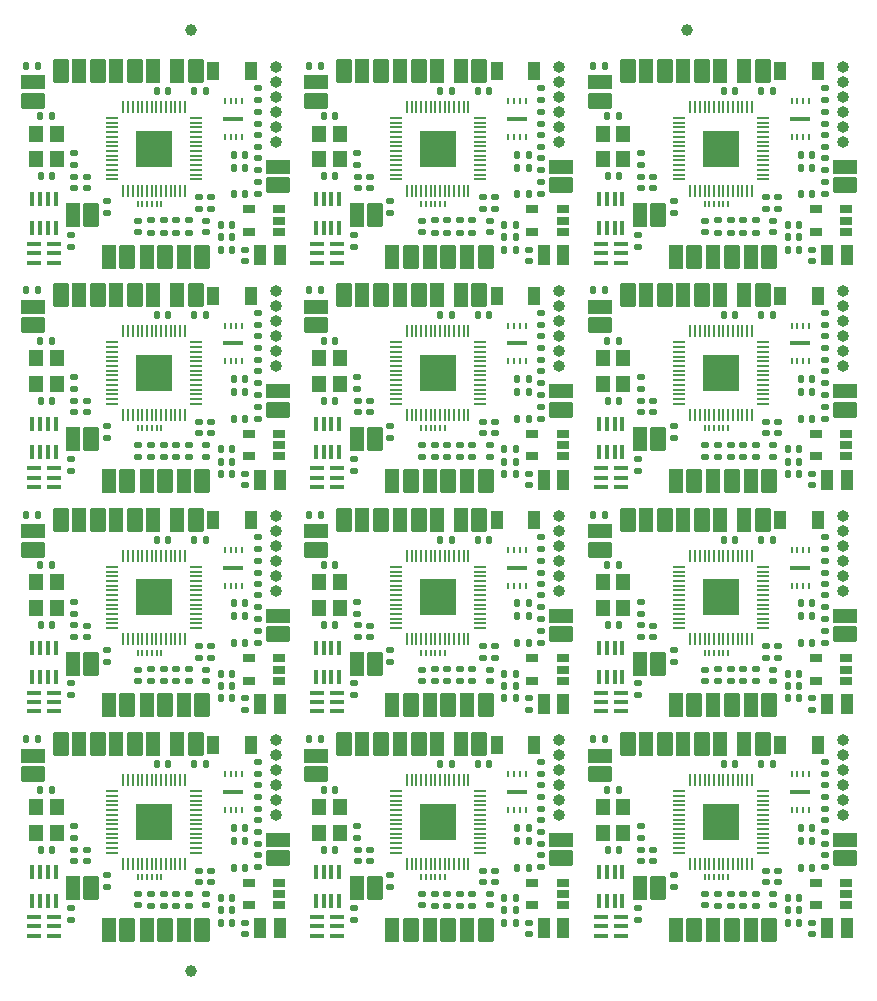
<source format=gts>
G04 #@! TF.GenerationSoftware,KiCad,Pcbnew,7.0.2-6a45011f42~172~ubuntu22.04.1*
G04 #@! TF.CreationDate,2023-05-22T20:20:29+08:00*
G04 #@! TF.ProjectId,panel_4_3,70616e65-6c5f-4345-9f33-2e6b69636164,rev?*
G04 #@! TF.SameCoordinates,Original*
G04 #@! TF.FileFunction,Soldermask,Top*
G04 #@! TF.FilePolarity,Negative*
%FSLAX46Y46*%
G04 Gerber Fmt 4.6, Leading zero omitted, Abs format (unit mm)*
G04 Created by KiCad (PCBNEW 7.0.2-6a45011f42~172~ubuntu22.04.1) date 2023-05-22 20:20:29*
%MOMM*%
%LPD*%
G01*
G04 APERTURE LIST*
G04 Aperture macros list*
%AMRoundRect*
0 Rectangle with rounded corners*
0 $1 Rounding radius*
0 $2 $3 $4 $5 $6 $7 $8 $9 X,Y pos of 4 corners*
0 Add a 4 corners polygon primitive as box body*
4,1,4,$2,$3,$4,$5,$6,$7,$8,$9,$2,$3,0*
0 Add four circle primitives for the rounded corners*
1,1,$1+$1,$2,$3*
1,1,$1+$1,$4,$5*
1,1,$1+$1,$6,$7*
1,1,$1+$1,$8,$9*
0 Add four rect primitives between the rounded corners*
20,1,$1+$1,$2,$3,$4,$5,0*
20,1,$1+$1,$4,$5,$6,$7,0*
20,1,$1+$1,$6,$7,$8,$9,0*
20,1,$1+$1,$8,$9,$2,$3,0*%
G04 Aperture macros list end*
%ADD10RoundRect,0.140000X-0.140000X-0.170000X0.140000X-0.170000X0.140000X0.170000X-0.140000X0.170000X0*%
%ADD11RoundRect,0.135000X-0.185000X0.135000X-0.185000X-0.135000X0.185000X-0.135000X0.185000X0.135000X0*%
%ADD12R,1.145000X0.400000*%
%ADD13RoundRect,0.135000X0.185000X-0.135000X0.185000X0.135000X-0.185000X0.135000X-0.185000X-0.135000X0*%
%ADD14RoundRect,0.140000X0.170000X-0.140000X0.170000X0.140000X-0.170000X0.140000X-0.170000X-0.140000X0*%
%ADD15R,0.200000X1.100000*%
%ADD16R,1.100000X0.200000*%
%ADD17R,3.100000X3.100000*%
%ADD18R,0.280000X0.600000*%
%ADD19R,1.700000X0.300000*%
%ADD20R,1.300000X2.000000*%
%ADD21RoundRect,0.100000X0.550000X-0.900000X0.550000X0.900000X-0.550000X0.900000X-0.550000X-0.900000X0*%
%ADD22O,1.000000X1.000000*%
%ADD23RoundRect,0.140000X-0.170000X0.140000X-0.170000X-0.140000X0.170000X-0.140000X0.170000X0.140000X0*%
%ADD24RoundRect,0.100000X-0.550000X0.900000X-0.550000X-0.900000X0.550000X-0.900000X0.550000X0.900000X0*%
%ADD25R,1.000000X1.720000*%
%ADD26R,1.000000X1.524000*%
%ADD27R,1.200000X1.400000*%
%ADD28R,2.000000X1.300000*%
%ADD29RoundRect,0.100000X-0.900000X-0.550000X0.900000X-0.550000X0.900000X0.550000X-0.900000X0.550000X0*%
%ADD30RoundRect,0.135000X-0.135000X-0.185000X0.135000X-0.185000X0.135000X0.185000X-0.135000X0.185000X0*%
%ADD31R,0.200000X0.550000*%
%ADD32R,1.100000X0.700000*%
%ADD33O,0.364000X1.222000*%
%ADD34C,1.000000*%
G04 APERTURE END LIST*
D10*
G04 #@! TO.C,C2*
X18650000Y-13905000D03*
X19610000Y-13905000D03*
G04 #@! TD*
D11*
G04 #@! TO.C,R11*
X14830000Y-19485000D03*
X14830000Y-20505000D03*
G04 #@! TD*
D12*
G04 #@! TO.C,LED1*
X51388000Y-80050000D03*
X51388000Y-79250000D03*
X51388000Y-78450000D03*
X49692000Y-78450000D03*
X49692000Y-79250000D03*
X49692000Y-80050000D03*
G04 #@! TD*
D13*
G04 #@! TO.C,R1*
X53110000Y-52785000D03*
X53110000Y-51765000D03*
G04 #@! TD*
D11*
G04 #@! TO.C,R4*
X20655000Y-16240000D03*
X20655000Y-17260000D03*
G04 #@! TD*
D10*
G04 #@! TO.C,C12*
X60130000Y-8515000D03*
X61090000Y-8515000D03*
G04 #@! TD*
D11*
G04 #@! TO.C,R9*
X60708000Y-76485000D03*
X60708000Y-77505000D03*
G04 #@! TD*
D14*
G04 #@! TO.C,C6*
X64745000Y-18495000D03*
X64745000Y-17535000D03*
G04 #@! TD*
D13*
G04 #@! TO.C,R7*
X28835000Y-59700000D03*
X28835000Y-58680000D03*
G04 #@! TD*
D11*
G04 #@! TO.C,R10*
X13769000Y-19485000D03*
X13769000Y-20505000D03*
G04 #@! TD*
D15*
G04 #@! TO.C,U1*
X14495000Y-47855000D03*
X14095000Y-47855000D03*
X13695000Y-47855000D03*
X13295000Y-47855000D03*
X12895000Y-47855000D03*
X12495000Y-47855000D03*
X12095000Y-47855000D03*
X11695000Y-47855000D03*
X11295000Y-47855000D03*
X10895000Y-47855000D03*
X10495000Y-47855000D03*
X10095000Y-47855000D03*
X9695000Y-47855000D03*
X9295000Y-47855000D03*
D16*
X8345000Y-48805000D03*
X8345000Y-49205000D03*
X8345000Y-49605000D03*
X8345000Y-50005000D03*
X8345000Y-50405000D03*
X8345000Y-50805000D03*
X8345000Y-51205000D03*
X8345000Y-51605000D03*
X8345000Y-52005000D03*
X8345000Y-52405000D03*
X8345000Y-52805000D03*
X8345000Y-53205000D03*
X8345000Y-53605000D03*
X8345000Y-54005000D03*
D15*
X9295000Y-54955000D03*
X9695000Y-54955000D03*
X10095000Y-54955000D03*
X10495000Y-54955000D03*
X10895000Y-54955000D03*
X11295000Y-54955000D03*
X11695000Y-54955000D03*
X12095000Y-54955000D03*
X12495000Y-54955000D03*
X12895000Y-54955000D03*
X13295000Y-54955000D03*
X13695000Y-54955000D03*
X14095000Y-54955000D03*
X14495000Y-54955000D03*
D16*
X15445000Y-54005000D03*
X15445000Y-53605000D03*
X15445000Y-53205000D03*
X15445000Y-52805000D03*
X15445000Y-52405000D03*
X15445000Y-52005000D03*
X15445000Y-51605000D03*
X15445000Y-51205000D03*
X15445000Y-50805000D03*
X15445000Y-50405000D03*
X15445000Y-50005000D03*
X15445000Y-49605000D03*
X15445000Y-49205000D03*
X15445000Y-48805000D03*
D17*
X11895000Y-51405000D03*
G04 #@! TD*
D18*
G04 #@! TO.C,U2*
X19365000Y-28385500D03*
X18865000Y-28385500D03*
X18365000Y-28385500D03*
X17865000Y-28385500D03*
X17865000Y-31399500D03*
X18365000Y-31399500D03*
X18865000Y-31399500D03*
X19365000Y-31399500D03*
D19*
X18615000Y-29892500D03*
G04 #@! TD*
D20*
G04 #@! TO.C,J4*
X14415000Y-60540000D03*
D21*
X15965000Y-60540000D03*
G04 #@! TD*
D20*
G04 #@! TO.C,J7*
X29035000Y-37995000D03*
D21*
X30585000Y-37995000D03*
G04 #@! TD*
D22*
G04 #@! TO.C,J8*
X70189248Y-6483121D03*
X70189248Y-7753121D03*
X70189248Y-9023121D03*
X70189248Y-10293121D03*
X70189248Y-11563121D03*
X70189248Y-12833121D03*
G04 #@! TD*
G04 #@! TO.C,J8*
X70189248Y-63483121D03*
X70189248Y-64753121D03*
X70189248Y-66023121D03*
X70189248Y-67293121D03*
X70189248Y-68563121D03*
X70189248Y-69833121D03*
G04 #@! TD*
D13*
G04 #@! TO.C,R3*
X68655000Y-53240001D03*
X68655000Y-52220001D03*
G04 #@! TD*
D11*
G04 #@! TO.C,R4*
X44655000Y-54240000D03*
X44655000Y-55260000D03*
G04 #@! TD*
D23*
G04 #@! TO.C,C8*
X40325000Y-57515000D03*
X40325000Y-58475000D03*
G04 #@! TD*
D20*
G04 #@! TO.C,J10*
X59840000Y-6805000D03*
D24*
X58290000Y-6805000D03*
G04 #@! TD*
D25*
G04 #@! TO.C,L1*
X44892000Y-60425000D03*
X46548000Y-60425000D03*
G04 #@! TD*
D26*
G04 #@! TO.C,SW1*
X44095000Y-63870000D03*
X40895000Y-63870000D03*
G04 #@! TD*
D10*
G04 #@! TO.C,C11*
X39310000Y-27510000D03*
X40270000Y-27510000D03*
G04 #@! TD*
D20*
G04 #@! TO.C,J4*
X38415000Y-79540000D03*
D21*
X39965000Y-79540000D03*
G04 #@! TD*
D20*
G04 #@! TO.C,J7*
X5035000Y-75995000D03*
D21*
X6585000Y-75995000D03*
G04 #@! TD*
D10*
G04 #@! TO.C,C1*
X26285000Y-53755000D03*
X27245000Y-53755000D03*
G04 #@! TD*
D11*
G04 #@! TO.C,R4*
X44655000Y-73240000D03*
X44655000Y-74260000D03*
G04 #@! TD*
D10*
G04 #@! TO.C,C3*
X26270000Y-10675000D03*
X27230000Y-10675000D03*
G04 #@! TD*
D13*
G04 #@! TO.C,R3*
X44655000Y-53240001D03*
X44655000Y-52220001D03*
G04 #@! TD*
D12*
G04 #@! TO.C,LED1*
X3388000Y-23050000D03*
X3388000Y-22250000D03*
X3388000Y-21450000D03*
X1692000Y-21450000D03*
X1692000Y-22250000D03*
X1692000Y-23050000D03*
G04 #@! TD*
D22*
G04 #@! TO.C,J8*
X46189248Y-63483121D03*
X46189248Y-64753121D03*
X46189248Y-66023121D03*
X46189248Y-67293121D03*
X46189248Y-68563121D03*
X46189248Y-69833121D03*
G04 #@! TD*
D27*
G04 #@! TO.C,X1*
X3630000Y-33320000D03*
X3630000Y-31120000D03*
X1880000Y-31120000D03*
X1880000Y-33320000D03*
G04 #@! TD*
D28*
G04 #@! TO.C,J2*
X49615000Y-64800000D03*
D29*
X49615000Y-66350000D03*
G04 #@! TD*
D22*
G04 #@! TO.C,J8*
X46189248Y-44483121D03*
X46189248Y-45753121D03*
X46189248Y-47023121D03*
X46189248Y-48293121D03*
X46189248Y-49563121D03*
X46189248Y-50833121D03*
G04 #@! TD*
D10*
G04 #@! TO.C,C5*
X66655000Y-55280000D03*
X67615000Y-55280000D03*
G04 #@! TD*
D13*
G04 #@! TO.C,R2*
X31905000Y-18880000D03*
X31905000Y-17860000D03*
G04 #@! TD*
D26*
G04 #@! TO.C,SW1*
X20095000Y-63870000D03*
X16895000Y-63870000D03*
G04 #@! TD*
D10*
G04 #@! TO.C,C17*
X41535000Y-77895000D03*
X42495000Y-77895000D03*
G04 #@! TD*
D11*
G04 #@! TO.C,R5*
X20665000Y-65295000D03*
X20665000Y-66315000D03*
G04 #@! TD*
D10*
G04 #@! TO.C,C18*
X17535000Y-21945000D03*
X18495000Y-21945000D03*
G04 #@! TD*
G04 #@! TO.C,C17*
X17535000Y-58895000D03*
X18495000Y-58895000D03*
G04 #@! TD*
D20*
G04 #@! TO.C,J1*
X61860000Y-44810000D03*
D21*
X63410000Y-44810000D03*
G04 #@! TD*
D30*
G04 #@! TO.C,R12*
X25040000Y-44395000D03*
X26060000Y-44395000D03*
G04 #@! TD*
D28*
G04 #@! TO.C,J5*
X22350000Y-71940000D03*
D29*
X22350000Y-73490000D03*
G04 #@! TD*
D31*
G04 #@! TO.C,J12*
X58500000Y-56070000D03*
X58900000Y-56070000D03*
X59300000Y-56070000D03*
X59700000Y-56070000D03*
X60100000Y-56070000D03*
X60500000Y-56070000D03*
G04 #@! TD*
D23*
G04 #@! TO.C,C8*
X16325000Y-57515000D03*
X16325000Y-58475000D03*
G04 #@! TD*
D28*
G04 #@! TO.C,J2*
X1615000Y-7800000D03*
D29*
X1615000Y-9350000D03*
G04 #@! TD*
D20*
G04 #@! TO.C,J7*
X29035000Y-75995000D03*
D21*
X30585000Y-75995000D03*
G04 #@! TD*
D23*
G04 #@! TO.C,C14*
X44665000Y-50275000D03*
X44665000Y-51235000D03*
G04 #@! TD*
D13*
G04 #@! TO.C,R7*
X52835000Y-40700000D03*
X52835000Y-39680000D03*
G04 #@! TD*
D23*
G04 #@! TO.C,C8*
X64325000Y-76515000D03*
X64325000Y-77475000D03*
G04 #@! TD*
G04 #@! TO.C,C4*
X6170000Y-53780000D03*
X6170000Y-54740000D03*
G04 #@! TD*
D10*
G04 #@! TO.C,C17*
X65535000Y-58895000D03*
X66495000Y-58895000D03*
G04 #@! TD*
D13*
G04 #@! TO.C,R2*
X55905000Y-37880000D03*
X55905000Y-36860000D03*
G04 #@! TD*
D12*
G04 #@! TO.C,LED1*
X27388000Y-61050000D03*
X27388000Y-60250000D03*
X27388000Y-59450000D03*
X25692000Y-59450000D03*
X25692000Y-60250000D03*
X25692000Y-61050000D03*
G04 #@! TD*
D20*
G04 #@! TO.C,J6*
X53530000Y-6805000D03*
D24*
X51980000Y-6805000D03*
G04 #@! TD*
D20*
G04 #@! TO.C,J11*
X8065000Y-79540000D03*
D21*
X9615000Y-79540000D03*
G04 #@! TD*
D11*
G04 #@! TO.C,R9*
X36708000Y-38485000D03*
X36708000Y-39505000D03*
G04 #@! TD*
D10*
G04 #@! TO.C,C5*
X42655000Y-36280000D03*
X43615000Y-36280000D03*
G04 #@! TD*
D32*
G04 #@! TO.C,U4*
X22509000Y-39454000D03*
X22509000Y-38504000D03*
X22509000Y-37552000D03*
X19921000Y-37552000D03*
X19921000Y-39452000D03*
G04 #@! TD*
D11*
G04 #@! TO.C,R11*
X62830000Y-38485000D03*
X62830000Y-39505000D03*
G04 #@! TD*
D10*
G04 #@! TO.C,C5*
X66655000Y-17280000D03*
X67615000Y-17280000D03*
G04 #@! TD*
D11*
G04 #@! TO.C,R8*
X59647000Y-38485000D03*
X59647000Y-39505000D03*
G04 #@! TD*
G04 #@! TO.C,R11*
X62830000Y-57485000D03*
X62830000Y-58505000D03*
G04 #@! TD*
G04 #@! TO.C,R8*
X59647000Y-76485000D03*
X59647000Y-77505000D03*
G04 #@! TD*
D10*
G04 #@! TO.C,C1*
X50285000Y-15755000D03*
X51245000Y-15755000D03*
G04 #@! TD*
D32*
G04 #@! TO.C,U4*
X22509000Y-58454000D03*
X22509000Y-57504000D03*
X22509000Y-56552000D03*
X19921000Y-56552000D03*
X19921000Y-58452000D03*
G04 #@! TD*
D23*
G04 #@! TO.C,C14*
X20665000Y-12275000D03*
X20665000Y-13235000D03*
G04 #@! TD*
D28*
G04 #@! TO.C,J2*
X1615000Y-45800000D03*
D29*
X1615000Y-47350000D03*
G04 #@! TD*
D15*
G04 #@! TO.C,U1*
X62495000Y-28855000D03*
X62095000Y-28855000D03*
X61695000Y-28855000D03*
X61295000Y-28855000D03*
X60895000Y-28855000D03*
X60495000Y-28855000D03*
X60095000Y-28855000D03*
X59695000Y-28855000D03*
X59295000Y-28855000D03*
X58895000Y-28855000D03*
X58495000Y-28855000D03*
X58095000Y-28855000D03*
X57695000Y-28855000D03*
X57295000Y-28855000D03*
D16*
X56345000Y-29805000D03*
X56345000Y-30205000D03*
X56345000Y-30605000D03*
X56345000Y-31005000D03*
X56345000Y-31405000D03*
X56345000Y-31805000D03*
X56345000Y-32205000D03*
X56345000Y-32605000D03*
X56345000Y-33005000D03*
X56345000Y-33405000D03*
X56345000Y-33805000D03*
X56345000Y-34205000D03*
X56345000Y-34605000D03*
X56345000Y-35005000D03*
D15*
X57295000Y-35955000D03*
X57695000Y-35955000D03*
X58095000Y-35955000D03*
X58495000Y-35955000D03*
X58895000Y-35955000D03*
X59295000Y-35955000D03*
X59695000Y-35955000D03*
X60095000Y-35955000D03*
X60495000Y-35955000D03*
X60895000Y-35955000D03*
X61295000Y-35955000D03*
X61695000Y-35955000D03*
X62095000Y-35955000D03*
X62495000Y-35955000D03*
D16*
X63445000Y-35005000D03*
X63445000Y-34605000D03*
X63445000Y-34205000D03*
X63445000Y-33805000D03*
X63445000Y-33405000D03*
X63445000Y-33005000D03*
X63445000Y-32605000D03*
X63445000Y-32205000D03*
X63445000Y-31805000D03*
X63445000Y-31405000D03*
X63445000Y-31005000D03*
X63445000Y-30605000D03*
X63445000Y-30205000D03*
X63445000Y-29805000D03*
D17*
X59895000Y-32405000D03*
G04 #@! TD*
D20*
G04 #@! TO.C,J10*
X35840000Y-44805000D03*
D24*
X34290000Y-44805000D03*
G04 #@! TD*
D25*
G04 #@! TO.C,L1*
X20892000Y-60425000D03*
X22548000Y-60425000D03*
G04 #@! TD*
D10*
G04 #@! TO.C,C3*
X2270000Y-48675000D03*
X3230000Y-48675000D03*
G04 #@! TD*
D18*
G04 #@! TO.C,U2*
X19365000Y-9385500D03*
X18865000Y-9385500D03*
X18365000Y-9385500D03*
X17865000Y-9385500D03*
X17865000Y-12399500D03*
X18365000Y-12399500D03*
X18865000Y-12399500D03*
X19365000Y-12399500D03*
D19*
X18615000Y-10892500D03*
G04 #@! TD*
D10*
G04 #@! TO.C,C3*
X50270000Y-48675000D03*
X51230000Y-48675000D03*
G04 #@! TD*
D13*
G04 #@! TO.C,R2*
X7905000Y-75880000D03*
X7905000Y-74860000D03*
G04 #@! TD*
D23*
G04 #@! TO.C,C4*
X6170000Y-72780000D03*
X6170000Y-73740000D03*
G04 #@! TD*
D11*
G04 #@! TO.C,R9*
X12708000Y-19485000D03*
X12708000Y-20505000D03*
G04 #@! TD*
D14*
G04 #@! TO.C,C15*
X67610000Y-60905000D03*
X67610000Y-59945000D03*
G04 #@! TD*
D23*
G04 #@! TO.C,C14*
X44665000Y-31275000D03*
X44665000Y-32235000D03*
G04 #@! TD*
G04 #@! TO.C,C14*
X44665000Y-12275000D03*
X44665000Y-13235000D03*
G04 #@! TD*
D22*
G04 #@! TO.C,J8*
X70189248Y-44483121D03*
X70189248Y-45753121D03*
X70189248Y-47023121D03*
X70189248Y-48293121D03*
X70189248Y-49563121D03*
X70189248Y-50833121D03*
G04 #@! TD*
D10*
G04 #@! TO.C,C17*
X41535000Y-20895000D03*
X42495000Y-20895000D03*
G04 #@! TD*
D32*
G04 #@! TO.C,U4*
X46509000Y-20454000D03*
X46509000Y-19504000D03*
X46509000Y-18552000D03*
X43921000Y-18552000D03*
X43921000Y-20452000D03*
G04 #@! TD*
D13*
G04 #@! TO.C,R7*
X4835000Y-21700000D03*
X4835000Y-20680000D03*
G04 #@! TD*
D20*
G04 #@! TO.C,J10*
X35840000Y-63805000D03*
D24*
X34290000Y-63805000D03*
G04 #@! TD*
D20*
G04 #@! TO.C,J10*
X11840000Y-44805000D03*
D24*
X10290000Y-44805000D03*
G04 #@! TD*
D14*
G04 #@! TO.C,C6*
X16745000Y-75495000D03*
X16745000Y-74535000D03*
G04 #@! TD*
D13*
G04 #@! TO.C,R6*
X68665000Y-11300000D03*
X68665000Y-10280000D03*
G04 #@! TD*
G04 #@! TO.C,R7*
X28835000Y-21700000D03*
X28835000Y-20680000D03*
G04 #@! TD*
D14*
G04 #@! TO.C,C6*
X40745000Y-37495000D03*
X40745000Y-36535000D03*
G04 #@! TD*
D15*
G04 #@! TO.C,U1*
X14495000Y-28855000D03*
X14095000Y-28855000D03*
X13695000Y-28855000D03*
X13295000Y-28855000D03*
X12895000Y-28855000D03*
X12495000Y-28855000D03*
X12095000Y-28855000D03*
X11695000Y-28855000D03*
X11295000Y-28855000D03*
X10895000Y-28855000D03*
X10495000Y-28855000D03*
X10095000Y-28855000D03*
X9695000Y-28855000D03*
X9295000Y-28855000D03*
D16*
X8345000Y-29805000D03*
X8345000Y-30205000D03*
X8345000Y-30605000D03*
X8345000Y-31005000D03*
X8345000Y-31405000D03*
X8345000Y-31805000D03*
X8345000Y-32205000D03*
X8345000Y-32605000D03*
X8345000Y-33005000D03*
X8345000Y-33405000D03*
X8345000Y-33805000D03*
X8345000Y-34205000D03*
X8345000Y-34605000D03*
X8345000Y-35005000D03*
D15*
X9295000Y-35955000D03*
X9695000Y-35955000D03*
X10095000Y-35955000D03*
X10495000Y-35955000D03*
X10895000Y-35955000D03*
X11295000Y-35955000D03*
X11695000Y-35955000D03*
X12095000Y-35955000D03*
X12495000Y-35955000D03*
X12895000Y-35955000D03*
X13295000Y-35955000D03*
X13695000Y-35955000D03*
X14095000Y-35955000D03*
X14495000Y-35955000D03*
D16*
X15445000Y-35005000D03*
X15445000Y-34605000D03*
X15445000Y-34205000D03*
X15445000Y-33805000D03*
X15445000Y-33405000D03*
X15445000Y-33005000D03*
X15445000Y-32605000D03*
X15445000Y-32205000D03*
X15445000Y-31805000D03*
X15445000Y-31405000D03*
X15445000Y-31005000D03*
X15445000Y-30605000D03*
X15445000Y-30205000D03*
X15445000Y-29805000D03*
D17*
X11895000Y-32405000D03*
G04 #@! TD*
D20*
G04 #@! TO.C,J6*
X29530000Y-44805000D03*
D24*
X27980000Y-44805000D03*
G04 #@! TD*
D10*
G04 #@! TO.C,C18*
X17535000Y-40945000D03*
X18495000Y-40945000D03*
G04 #@! TD*
D13*
G04 #@! TO.C,R7*
X52835000Y-21700000D03*
X52835000Y-20680000D03*
G04 #@! TD*
D10*
G04 #@! TO.C,C17*
X17535000Y-77895000D03*
X18495000Y-77895000D03*
G04 #@! TD*
D23*
G04 #@! TO.C,C14*
X68665000Y-12275000D03*
X68665000Y-13235000D03*
G04 #@! TD*
D25*
G04 #@! TO.C,L1*
X20892000Y-22425000D03*
X22548000Y-22425000D03*
G04 #@! TD*
D10*
G04 #@! TO.C,C2*
X42650000Y-13905000D03*
X43610000Y-13905000D03*
G04 #@! TD*
G04 #@! TO.C,C10*
X18650000Y-72000000D03*
X19610000Y-72000000D03*
G04 #@! TD*
D25*
G04 #@! TO.C,L1*
X68892000Y-79425000D03*
X70548000Y-79425000D03*
G04 #@! TD*
D13*
G04 #@! TO.C,R1*
X5110000Y-33785000D03*
X5110000Y-32765000D03*
G04 #@! TD*
D32*
G04 #@! TO.C,U4*
X70509000Y-77454000D03*
X70509000Y-76504000D03*
X70509000Y-75552000D03*
X67921000Y-75552000D03*
X67921000Y-77452000D03*
G04 #@! TD*
D10*
G04 #@! TO.C,C11*
X63310000Y-46510000D03*
X64270000Y-46510000D03*
G04 #@! TD*
D11*
G04 #@! TO.C,R11*
X38830000Y-76485000D03*
X38830000Y-77505000D03*
G04 #@! TD*
D25*
G04 #@! TO.C,L1*
X68892000Y-22425000D03*
X70548000Y-22425000D03*
G04 #@! TD*
D28*
G04 #@! TO.C,J5*
X22350000Y-14940000D03*
D29*
X22350000Y-16490000D03*
G04 #@! TD*
D10*
G04 #@! TO.C,C10*
X42650000Y-34000000D03*
X43610000Y-34000000D03*
G04 #@! TD*
D28*
G04 #@! TO.C,J5*
X22350000Y-52940000D03*
D29*
X22350000Y-54490000D03*
G04 #@! TD*
D13*
G04 #@! TO.C,R7*
X4835000Y-40700000D03*
X4835000Y-39680000D03*
G04 #@! TD*
G04 #@! TO.C,R7*
X28835000Y-40700000D03*
X28835000Y-39680000D03*
G04 #@! TD*
D31*
G04 #@! TO.C,J12*
X58500000Y-18070000D03*
X58900000Y-18070000D03*
X59300000Y-18070000D03*
X59700000Y-18070000D03*
X60100000Y-18070000D03*
X60500000Y-18070000D03*
G04 #@! TD*
D15*
G04 #@! TO.C,U1*
X38495000Y-66855000D03*
X38095000Y-66855000D03*
X37695000Y-66855000D03*
X37295000Y-66855000D03*
X36895000Y-66855000D03*
X36495000Y-66855000D03*
X36095000Y-66855000D03*
X35695000Y-66855000D03*
X35295000Y-66855000D03*
X34895000Y-66855000D03*
X34495000Y-66855000D03*
X34095000Y-66855000D03*
X33695000Y-66855000D03*
X33295000Y-66855000D03*
D16*
X32345000Y-67805000D03*
X32345000Y-68205000D03*
X32345000Y-68605000D03*
X32345000Y-69005000D03*
X32345000Y-69405000D03*
X32345000Y-69805000D03*
X32345000Y-70205000D03*
X32345000Y-70605000D03*
X32345000Y-71005000D03*
X32345000Y-71405000D03*
X32345000Y-71805000D03*
X32345000Y-72205000D03*
X32345000Y-72605000D03*
X32345000Y-73005000D03*
D15*
X33295000Y-73955000D03*
X33695000Y-73955000D03*
X34095000Y-73955000D03*
X34495000Y-73955000D03*
X34895000Y-73955000D03*
X35295000Y-73955000D03*
X35695000Y-73955000D03*
X36095000Y-73955000D03*
X36495000Y-73955000D03*
X36895000Y-73955000D03*
X37295000Y-73955000D03*
X37695000Y-73955000D03*
X38095000Y-73955000D03*
X38495000Y-73955000D03*
D16*
X39445000Y-73005000D03*
X39445000Y-72605000D03*
X39445000Y-72205000D03*
X39445000Y-71805000D03*
X39445000Y-71405000D03*
X39445000Y-71005000D03*
X39445000Y-70605000D03*
X39445000Y-70205000D03*
X39445000Y-69805000D03*
X39445000Y-69405000D03*
X39445000Y-69005000D03*
X39445000Y-68605000D03*
X39445000Y-68205000D03*
X39445000Y-67805000D03*
D17*
X35895000Y-70405000D03*
G04 #@! TD*
D11*
G04 #@! TO.C,R10*
X61769000Y-38485000D03*
X61769000Y-39505000D03*
G04 #@! TD*
D10*
G04 #@! TO.C,C18*
X65535000Y-78945000D03*
X66495000Y-78945000D03*
G04 #@! TD*
G04 #@! TO.C,C5*
X42655000Y-74280000D03*
X43615000Y-74280000D03*
G04 #@! TD*
D14*
G04 #@! TO.C,C6*
X16745000Y-37495000D03*
X16745000Y-36535000D03*
G04 #@! TD*
D20*
G04 #@! TO.C,J6*
X53530000Y-44805000D03*
D24*
X51980000Y-44805000D03*
G04 #@! TD*
D11*
G04 #@! TO.C,R11*
X14830000Y-38485000D03*
X14830000Y-39505000D03*
G04 #@! TD*
D23*
G04 #@! TO.C,C9*
X15700000Y-74535000D03*
X15700000Y-75495000D03*
G04 #@! TD*
D10*
G04 #@! TO.C,C2*
X66650000Y-51905000D03*
X67610000Y-51905000D03*
G04 #@! TD*
D26*
G04 #@! TO.C,SW1*
X44095000Y-44870000D03*
X40895000Y-44870000D03*
G04 #@! TD*
D22*
G04 #@! TO.C,J8*
X46189248Y-25483121D03*
X46189248Y-26753121D03*
X46189248Y-28023121D03*
X46189248Y-29293121D03*
X46189248Y-30563121D03*
X46189248Y-31833121D03*
G04 #@! TD*
D18*
G04 #@! TO.C,U2*
X67365000Y-66385500D03*
X66865000Y-66385500D03*
X66365000Y-66385500D03*
X65865000Y-66385500D03*
X65865000Y-69399500D03*
X66365000Y-69399500D03*
X66865000Y-69399500D03*
X67365000Y-69399500D03*
D19*
X66615000Y-67892500D03*
G04 #@! TD*
D11*
G04 #@! TO.C,R8*
X11647000Y-19485000D03*
X11647000Y-20505000D03*
G04 #@! TD*
D12*
G04 #@! TO.C,LED1*
X27388000Y-42050000D03*
X27388000Y-41250000D03*
X27388000Y-40450000D03*
X25692000Y-40450000D03*
X25692000Y-41250000D03*
X25692000Y-42050000D03*
G04 #@! TD*
D11*
G04 #@! TO.C,R11*
X62830000Y-76485000D03*
X62830000Y-77505000D03*
G04 #@! TD*
G04 #@! TO.C,R10*
X13769000Y-38485000D03*
X13769000Y-39505000D03*
G04 #@! TD*
D10*
G04 #@! TO.C,C1*
X2285000Y-15755000D03*
X3245000Y-15755000D03*
G04 #@! TD*
G04 #@! TO.C,C1*
X2285000Y-53755000D03*
X3245000Y-53755000D03*
G04 #@! TD*
D11*
G04 #@! TO.C,R4*
X44655000Y-16240000D03*
X44655000Y-17260000D03*
G04 #@! TD*
D20*
G04 #@! TO.C,J6*
X5530000Y-25805000D03*
D24*
X3980000Y-25805000D03*
G04 #@! TD*
D10*
G04 #@! TO.C,C3*
X50270000Y-67675000D03*
X51230000Y-67675000D03*
G04 #@! TD*
D25*
G04 #@! TO.C,L1*
X20892000Y-41425000D03*
X22548000Y-41425000D03*
G04 #@! TD*
D13*
G04 #@! TO.C,R7*
X4835000Y-78700000D03*
X4835000Y-77680000D03*
G04 #@! TD*
D12*
G04 #@! TO.C,LED1*
X51388000Y-42050000D03*
X51388000Y-41250000D03*
X51388000Y-40450000D03*
X49692000Y-40450000D03*
X49692000Y-41250000D03*
X49692000Y-42050000D03*
G04 #@! TD*
D11*
G04 #@! TO.C,R10*
X61769000Y-19485000D03*
X61769000Y-20505000D03*
G04 #@! TD*
D23*
G04 #@! TO.C,C7*
X58570000Y-57510000D03*
X58570000Y-58470000D03*
G04 #@! TD*
D28*
G04 #@! TO.C,J5*
X46350000Y-33940000D03*
D29*
X46350000Y-35490000D03*
G04 #@! TD*
D10*
G04 #@! TO.C,C11*
X15310000Y-8510000D03*
X16270000Y-8510000D03*
G04 #@! TD*
D12*
G04 #@! TO.C,LED1*
X3388000Y-80050000D03*
X3388000Y-79250000D03*
X3388000Y-78450000D03*
X1692000Y-78450000D03*
X1692000Y-79250000D03*
X1692000Y-80050000D03*
G04 #@! TD*
D10*
G04 #@! TO.C,C12*
X36130000Y-46515000D03*
X37090000Y-46515000D03*
G04 #@! TD*
G04 #@! TO.C,C3*
X2270000Y-67675000D03*
X3230000Y-67675000D03*
G04 #@! TD*
D11*
G04 #@! TO.C,R9*
X36708000Y-57485000D03*
X36708000Y-58505000D03*
G04 #@! TD*
D14*
G04 #@! TO.C,C6*
X40745000Y-18495000D03*
X40745000Y-17535000D03*
G04 #@! TD*
D20*
G04 #@! TO.C,J1*
X13860000Y-44810000D03*
D21*
X15410000Y-44810000D03*
G04 #@! TD*
D13*
G04 #@! TO.C,R6*
X20665000Y-30300000D03*
X20665000Y-29280000D03*
G04 #@! TD*
D20*
G04 #@! TO.C,J1*
X61860000Y-25810000D03*
D21*
X63410000Y-25810000D03*
G04 #@! TD*
D14*
G04 #@! TO.C,C15*
X43610000Y-60905000D03*
X43610000Y-59945000D03*
G04 #@! TD*
D10*
G04 #@! TO.C,C10*
X42650000Y-53000000D03*
X43610000Y-53000000D03*
G04 #@! TD*
G04 #@! TO.C,C17*
X41535000Y-39895000D03*
X42495000Y-39895000D03*
G04 #@! TD*
D11*
G04 #@! TO.C,R8*
X35647000Y-76485000D03*
X35647000Y-77505000D03*
G04 #@! TD*
D23*
G04 #@! TO.C,C4*
X30170000Y-53780000D03*
X30170000Y-54740000D03*
G04 #@! TD*
D11*
G04 #@! TO.C,R8*
X35647000Y-57485000D03*
X35647000Y-58505000D03*
G04 #@! TD*
D33*
G04 #@! TO.C,U3*
X49595000Y-58106000D03*
X50245000Y-58106000D03*
X50895000Y-58106000D03*
X51545000Y-58106000D03*
X51545000Y-55684000D03*
X50895000Y-55684000D03*
X50245000Y-55684000D03*
X49595000Y-55684000D03*
G04 #@! TD*
D23*
G04 #@! TO.C,C9*
X63700000Y-17535000D03*
X63700000Y-18495000D03*
G04 #@! TD*
D15*
G04 #@! TO.C,U1*
X62495000Y-47855000D03*
X62095000Y-47855000D03*
X61695000Y-47855000D03*
X61295000Y-47855000D03*
X60895000Y-47855000D03*
X60495000Y-47855000D03*
X60095000Y-47855000D03*
X59695000Y-47855000D03*
X59295000Y-47855000D03*
X58895000Y-47855000D03*
X58495000Y-47855000D03*
X58095000Y-47855000D03*
X57695000Y-47855000D03*
X57295000Y-47855000D03*
D16*
X56345000Y-48805000D03*
X56345000Y-49205000D03*
X56345000Y-49605000D03*
X56345000Y-50005000D03*
X56345000Y-50405000D03*
X56345000Y-50805000D03*
X56345000Y-51205000D03*
X56345000Y-51605000D03*
X56345000Y-52005000D03*
X56345000Y-52405000D03*
X56345000Y-52805000D03*
X56345000Y-53205000D03*
X56345000Y-53605000D03*
X56345000Y-54005000D03*
D15*
X57295000Y-54955000D03*
X57695000Y-54955000D03*
X58095000Y-54955000D03*
X58495000Y-54955000D03*
X58895000Y-54955000D03*
X59295000Y-54955000D03*
X59695000Y-54955000D03*
X60095000Y-54955000D03*
X60495000Y-54955000D03*
X60895000Y-54955000D03*
X61295000Y-54955000D03*
X61695000Y-54955000D03*
X62095000Y-54955000D03*
X62495000Y-54955000D03*
D16*
X63445000Y-54005000D03*
X63445000Y-53605000D03*
X63445000Y-53205000D03*
X63445000Y-52805000D03*
X63445000Y-52405000D03*
X63445000Y-52005000D03*
X63445000Y-51605000D03*
X63445000Y-51205000D03*
X63445000Y-50805000D03*
X63445000Y-50405000D03*
X63445000Y-50005000D03*
X63445000Y-49605000D03*
X63445000Y-49205000D03*
X63445000Y-48805000D03*
D17*
X59895000Y-51405000D03*
G04 #@! TD*
D20*
G04 #@! TO.C,J1*
X61860000Y-63810000D03*
D21*
X63410000Y-63810000D03*
G04 #@! TD*
D10*
G04 #@! TO.C,C5*
X18655000Y-36280000D03*
X19615000Y-36280000D03*
G04 #@! TD*
G04 #@! TO.C,C17*
X17535000Y-39895000D03*
X18495000Y-39895000D03*
G04 #@! TD*
D11*
G04 #@! TO.C,R4*
X68655000Y-73240000D03*
X68655000Y-74260000D03*
G04 #@! TD*
D23*
G04 #@! TO.C,C4*
X6170000Y-34780000D03*
X6170000Y-35740000D03*
G04 #@! TD*
D11*
G04 #@! TO.C,R9*
X60708000Y-38485000D03*
X60708000Y-39505000D03*
G04 #@! TD*
D13*
G04 #@! TO.C,R3*
X44655000Y-34240001D03*
X44655000Y-33220001D03*
G04 #@! TD*
G04 #@! TO.C,R2*
X55905000Y-18880000D03*
X55905000Y-17860000D03*
G04 #@! TD*
G04 #@! TO.C,R2*
X31905000Y-37880000D03*
X31905000Y-36860000D03*
G04 #@! TD*
D20*
G04 #@! TO.C,J10*
X35840000Y-6805000D03*
D24*
X34290000Y-6805000D03*
G04 #@! TD*
D13*
G04 #@! TO.C,R1*
X29110000Y-14785000D03*
X29110000Y-13765000D03*
G04 #@! TD*
D14*
G04 #@! TO.C,C6*
X64745000Y-75495000D03*
X64745000Y-74535000D03*
G04 #@! TD*
D20*
G04 #@! TO.C,J7*
X5035000Y-56995000D03*
D21*
X6585000Y-56995000D03*
G04 #@! TD*
D23*
G04 #@! TO.C,C4*
X6170000Y-15780000D03*
X6170000Y-16740000D03*
G04 #@! TD*
D11*
G04 #@! TO.C,R11*
X14830000Y-57485000D03*
X14830000Y-58505000D03*
G04 #@! TD*
D23*
G04 #@! TO.C,C8*
X64325000Y-19515000D03*
X64325000Y-20475000D03*
G04 #@! TD*
D10*
G04 #@! TO.C,C1*
X50285000Y-34755000D03*
X51245000Y-34755000D03*
G04 #@! TD*
D23*
G04 #@! TO.C,C13*
X5115000Y-15775000D03*
X5115000Y-16735000D03*
G04 #@! TD*
G04 #@! TO.C,C8*
X16325000Y-19515000D03*
X16325000Y-20475000D03*
G04 #@! TD*
D20*
G04 #@! TO.C,J4*
X14415000Y-79540000D03*
D21*
X15965000Y-79540000D03*
G04 #@! TD*
D10*
G04 #@! TO.C,C16*
X65535000Y-57845000D03*
X66495000Y-57845000D03*
G04 #@! TD*
D20*
G04 #@! TO.C,J10*
X35840000Y-25805000D03*
D24*
X34290000Y-25805000D03*
G04 #@! TD*
D20*
G04 #@! TO.C,J7*
X29035000Y-56995000D03*
D21*
X30585000Y-56995000D03*
G04 #@! TD*
D13*
G04 #@! TO.C,R6*
X20665000Y-68300000D03*
X20665000Y-67280000D03*
G04 #@! TD*
D10*
G04 #@! TO.C,C2*
X42650000Y-70905000D03*
X43610000Y-70905000D03*
G04 #@! TD*
G04 #@! TO.C,C1*
X26285000Y-34755000D03*
X27245000Y-34755000D03*
G04 #@! TD*
D12*
G04 #@! TO.C,LED1*
X27388000Y-80050000D03*
X27388000Y-79250000D03*
X27388000Y-78450000D03*
X25692000Y-78450000D03*
X25692000Y-79250000D03*
X25692000Y-80050000D03*
G04 #@! TD*
D14*
G04 #@! TO.C,C15*
X67610000Y-41905000D03*
X67610000Y-40945000D03*
G04 #@! TD*
D33*
G04 #@! TO.C,U3*
X1595000Y-77106000D03*
X2245000Y-77106000D03*
X2895000Y-77106000D03*
X3545000Y-77106000D03*
X3545000Y-74684000D03*
X2895000Y-74684000D03*
X2245000Y-74684000D03*
X1595000Y-74684000D03*
G04 #@! TD*
D20*
G04 #@! TO.C,J3*
X59255000Y-41540000D03*
D21*
X60805000Y-41540000D03*
G04 #@! TD*
D26*
G04 #@! TO.C,SW1*
X20095000Y-25870000D03*
X16895000Y-25870000D03*
G04 #@! TD*
D13*
G04 #@! TO.C,R2*
X55905000Y-56880000D03*
X55905000Y-55860000D03*
G04 #@! TD*
D10*
G04 #@! TO.C,C3*
X50270000Y-29675000D03*
X51230000Y-29675000D03*
G04 #@! TD*
D23*
G04 #@! TO.C,C14*
X20665000Y-50275000D03*
X20665000Y-51235000D03*
G04 #@! TD*
D28*
G04 #@! TO.C,J2*
X25615000Y-7800000D03*
D29*
X25615000Y-9350000D03*
G04 #@! TD*
D26*
G04 #@! TO.C,SW1*
X44095000Y-6870000D03*
X40895000Y-6870000D03*
G04 #@! TD*
D31*
G04 #@! TO.C,J12*
X34500000Y-56070000D03*
X34900000Y-56070000D03*
X35300000Y-56070000D03*
X35700000Y-56070000D03*
X36100000Y-56070000D03*
X36500000Y-56070000D03*
G04 #@! TD*
D10*
G04 #@! TO.C,C12*
X36130000Y-8515000D03*
X37090000Y-8515000D03*
G04 #@! TD*
D20*
G04 #@! TO.C,J4*
X38415000Y-22540000D03*
D21*
X39965000Y-22540000D03*
G04 #@! TD*
D20*
G04 #@! TO.C,J4*
X38415000Y-41540000D03*
D21*
X39965000Y-41540000D03*
G04 #@! TD*
D14*
G04 #@! TO.C,C15*
X19610000Y-41905000D03*
X19610000Y-40945000D03*
G04 #@! TD*
D13*
G04 #@! TO.C,R3*
X68655000Y-72240001D03*
X68655000Y-71220001D03*
G04 #@! TD*
D20*
G04 #@! TO.C,J6*
X53530000Y-63805000D03*
D24*
X51980000Y-63805000D03*
G04 #@! TD*
D13*
G04 #@! TO.C,R2*
X31905000Y-75880000D03*
X31905000Y-74860000D03*
G04 #@! TD*
D23*
G04 #@! TO.C,C14*
X68665000Y-31275000D03*
X68665000Y-32235000D03*
G04 #@! TD*
D20*
G04 #@! TO.C,J10*
X11840000Y-25805000D03*
D24*
X10290000Y-25805000D03*
G04 #@! TD*
D10*
G04 #@! TO.C,C11*
X63310000Y-8510000D03*
X64270000Y-8510000D03*
G04 #@! TD*
D14*
G04 #@! TO.C,C15*
X43610000Y-41905000D03*
X43610000Y-40945000D03*
G04 #@! TD*
D31*
G04 #@! TO.C,J12*
X58500000Y-37070000D03*
X58900000Y-37070000D03*
X59300000Y-37070000D03*
X59700000Y-37070000D03*
X60100000Y-37070000D03*
X60500000Y-37070000D03*
G04 #@! TD*
D20*
G04 #@! TO.C,J11*
X32065000Y-22540000D03*
D21*
X33615000Y-22540000D03*
G04 #@! TD*
D33*
G04 #@! TO.C,U3*
X25595000Y-20106000D03*
X26245000Y-20106000D03*
X26895000Y-20106000D03*
X27545000Y-20106000D03*
X27545000Y-17684000D03*
X26895000Y-17684000D03*
X26245000Y-17684000D03*
X25595000Y-17684000D03*
G04 #@! TD*
D13*
G04 #@! TO.C,R7*
X52835000Y-78700000D03*
X52835000Y-77680000D03*
G04 #@! TD*
D28*
G04 #@! TO.C,J5*
X70350000Y-14940000D03*
D29*
X70350000Y-16490000D03*
G04 #@! TD*
D10*
G04 #@! TO.C,C16*
X65535000Y-76845000D03*
X66495000Y-76845000D03*
G04 #@! TD*
D20*
G04 #@! TO.C,J9*
X8675001Y-63805000D03*
D24*
X7125001Y-63805000D03*
G04 #@! TD*
D32*
G04 #@! TO.C,U4*
X70509000Y-58454000D03*
X70509000Y-57504000D03*
X70509000Y-56552000D03*
X67921000Y-56552000D03*
X67921000Y-58452000D03*
G04 #@! TD*
D11*
G04 #@! TO.C,R8*
X59647000Y-19485000D03*
X59647000Y-20505000D03*
G04 #@! TD*
D23*
G04 #@! TO.C,C14*
X68665000Y-50275000D03*
X68665000Y-51235000D03*
G04 #@! TD*
D10*
G04 #@! TO.C,C11*
X39310000Y-46510000D03*
X40270000Y-46510000D03*
G04 #@! TD*
G04 #@! TO.C,C1*
X50285000Y-53755000D03*
X51245000Y-53755000D03*
G04 #@! TD*
D23*
G04 #@! TO.C,C8*
X64325000Y-57515000D03*
X64325000Y-58475000D03*
G04 #@! TD*
D30*
G04 #@! TO.C,R12*
X25040000Y-25395000D03*
X26060000Y-25395000D03*
G04 #@! TD*
D15*
G04 #@! TO.C,U1*
X14495000Y-66855000D03*
X14095000Y-66855000D03*
X13695000Y-66855000D03*
X13295000Y-66855000D03*
X12895000Y-66855000D03*
X12495000Y-66855000D03*
X12095000Y-66855000D03*
X11695000Y-66855000D03*
X11295000Y-66855000D03*
X10895000Y-66855000D03*
X10495000Y-66855000D03*
X10095000Y-66855000D03*
X9695000Y-66855000D03*
X9295000Y-66855000D03*
D16*
X8345000Y-67805000D03*
X8345000Y-68205000D03*
X8345000Y-68605000D03*
X8345000Y-69005000D03*
X8345000Y-69405000D03*
X8345000Y-69805000D03*
X8345000Y-70205000D03*
X8345000Y-70605000D03*
X8345000Y-71005000D03*
X8345000Y-71405000D03*
X8345000Y-71805000D03*
X8345000Y-72205000D03*
X8345000Y-72605000D03*
X8345000Y-73005000D03*
D15*
X9295000Y-73955000D03*
X9695000Y-73955000D03*
X10095000Y-73955000D03*
X10495000Y-73955000D03*
X10895000Y-73955000D03*
X11295000Y-73955000D03*
X11695000Y-73955000D03*
X12095000Y-73955000D03*
X12495000Y-73955000D03*
X12895000Y-73955000D03*
X13295000Y-73955000D03*
X13695000Y-73955000D03*
X14095000Y-73955000D03*
X14495000Y-73955000D03*
D16*
X15445000Y-73005000D03*
X15445000Y-72605000D03*
X15445000Y-72205000D03*
X15445000Y-71805000D03*
X15445000Y-71405000D03*
X15445000Y-71005000D03*
X15445000Y-70605000D03*
X15445000Y-70205000D03*
X15445000Y-69805000D03*
X15445000Y-69405000D03*
X15445000Y-69005000D03*
X15445000Y-68605000D03*
X15445000Y-68205000D03*
X15445000Y-67805000D03*
D17*
X11895000Y-70405000D03*
G04 #@! TD*
D22*
G04 #@! TO.C,J8*
X22189248Y-6483121D03*
X22189248Y-7753121D03*
X22189248Y-9023121D03*
X22189248Y-10293121D03*
X22189248Y-11563121D03*
X22189248Y-12833121D03*
G04 #@! TD*
D10*
G04 #@! TO.C,C17*
X41535000Y-58895000D03*
X42495000Y-58895000D03*
G04 #@! TD*
D20*
G04 #@! TO.C,J7*
X53035000Y-56995000D03*
D21*
X54585000Y-56995000D03*
G04 #@! TD*
D26*
G04 #@! TO.C,SW1*
X20095000Y-6870000D03*
X16895000Y-6870000D03*
G04 #@! TD*
D28*
G04 #@! TO.C,J2*
X49615000Y-45800000D03*
D29*
X49615000Y-47350000D03*
G04 #@! TD*
D14*
G04 #@! TO.C,C15*
X67610000Y-22905000D03*
X67610000Y-21945000D03*
G04 #@! TD*
D10*
G04 #@! TO.C,C18*
X41535000Y-40945000D03*
X42495000Y-40945000D03*
G04 #@! TD*
D11*
G04 #@! TO.C,R4*
X20655000Y-73240000D03*
X20655000Y-74260000D03*
G04 #@! TD*
D23*
G04 #@! TO.C,C9*
X63700000Y-55535000D03*
X63700000Y-56495000D03*
G04 #@! TD*
D26*
G04 #@! TO.C,SW1*
X68095000Y-63870000D03*
X64895000Y-63870000D03*
G04 #@! TD*
D11*
G04 #@! TO.C,R5*
X44665000Y-27295000D03*
X44665000Y-28315000D03*
G04 #@! TD*
D20*
G04 #@! TO.C,J9*
X56675001Y-6805000D03*
D24*
X55125001Y-6805000D03*
G04 #@! TD*
D12*
G04 #@! TO.C,LED1*
X51388000Y-61050000D03*
X51388000Y-60250000D03*
X51388000Y-59450000D03*
X49692000Y-59450000D03*
X49692000Y-60250000D03*
X49692000Y-61050000D03*
G04 #@! TD*
D20*
G04 #@! TO.C,J3*
X11255000Y-79540000D03*
D21*
X12805000Y-79540000D03*
G04 #@! TD*
D10*
G04 #@! TO.C,C10*
X18650000Y-15000000D03*
X19610000Y-15000000D03*
G04 #@! TD*
D15*
G04 #@! TO.C,U1*
X14495000Y-9855000D03*
X14095000Y-9855000D03*
X13695000Y-9855000D03*
X13295000Y-9855000D03*
X12895000Y-9855000D03*
X12495000Y-9855000D03*
X12095000Y-9855000D03*
X11695000Y-9855000D03*
X11295000Y-9855000D03*
X10895000Y-9855000D03*
X10495000Y-9855000D03*
X10095000Y-9855000D03*
X9695000Y-9855000D03*
X9295000Y-9855000D03*
D16*
X8345000Y-10805000D03*
X8345000Y-11205000D03*
X8345000Y-11605000D03*
X8345000Y-12005000D03*
X8345000Y-12405000D03*
X8345000Y-12805000D03*
X8345000Y-13205000D03*
X8345000Y-13605000D03*
X8345000Y-14005000D03*
X8345000Y-14405000D03*
X8345000Y-14805000D03*
X8345000Y-15205000D03*
X8345000Y-15605000D03*
X8345000Y-16005000D03*
D15*
X9295000Y-16955000D03*
X9695000Y-16955000D03*
X10095000Y-16955000D03*
X10495000Y-16955000D03*
X10895000Y-16955000D03*
X11295000Y-16955000D03*
X11695000Y-16955000D03*
X12095000Y-16955000D03*
X12495000Y-16955000D03*
X12895000Y-16955000D03*
X13295000Y-16955000D03*
X13695000Y-16955000D03*
X14095000Y-16955000D03*
X14495000Y-16955000D03*
D16*
X15445000Y-16005000D03*
X15445000Y-15605000D03*
X15445000Y-15205000D03*
X15445000Y-14805000D03*
X15445000Y-14405000D03*
X15445000Y-14005000D03*
X15445000Y-13605000D03*
X15445000Y-13205000D03*
X15445000Y-12805000D03*
X15445000Y-12405000D03*
X15445000Y-12005000D03*
X15445000Y-11605000D03*
X15445000Y-11205000D03*
X15445000Y-10805000D03*
D17*
X11895000Y-13405000D03*
G04 #@! TD*
D13*
G04 #@! TO.C,R1*
X5110000Y-71785000D03*
X5110000Y-70765000D03*
G04 #@! TD*
D22*
G04 #@! TO.C,J8*
X70189248Y-25483121D03*
X70189248Y-26753121D03*
X70189248Y-28023121D03*
X70189248Y-29293121D03*
X70189248Y-30563121D03*
X70189248Y-31833121D03*
G04 #@! TD*
D32*
G04 #@! TO.C,U4*
X46509000Y-77454000D03*
X46509000Y-76504000D03*
X46509000Y-75552000D03*
X43921000Y-75552000D03*
X43921000Y-77452000D03*
G04 #@! TD*
D10*
G04 #@! TO.C,C16*
X17535000Y-57845000D03*
X18495000Y-57845000D03*
G04 #@! TD*
G04 #@! TO.C,C12*
X12130000Y-27515000D03*
X13090000Y-27515000D03*
G04 #@! TD*
G04 #@! TO.C,C11*
X39310000Y-8510000D03*
X40270000Y-8510000D03*
G04 #@! TD*
D23*
G04 #@! TO.C,C14*
X20665000Y-69275000D03*
X20665000Y-70235000D03*
G04 #@! TD*
D25*
G04 #@! TO.C,L1*
X44892000Y-79425000D03*
X46548000Y-79425000D03*
G04 #@! TD*
D26*
G04 #@! TO.C,SW1*
X68095000Y-6870000D03*
X64895000Y-6870000D03*
G04 #@! TD*
D23*
G04 #@! TO.C,C13*
X29115000Y-72775000D03*
X29115000Y-73735000D03*
G04 #@! TD*
D18*
G04 #@! TO.C,U2*
X67365000Y-47385500D03*
X66865000Y-47385500D03*
X66365000Y-47385500D03*
X65865000Y-47385500D03*
X65865000Y-50399500D03*
X66365000Y-50399500D03*
X66865000Y-50399500D03*
X67365000Y-50399500D03*
D19*
X66615000Y-48892500D03*
G04 #@! TD*
D31*
G04 #@! TO.C,J12*
X58500000Y-75070000D03*
X58900000Y-75070000D03*
X59300000Y-75070000D03*
X59700000Y-75070000D03*
X60100000Y-75070000D03*
X60500000Y-75070000D03*
G04 #@! TD*
D11*
G04 #@! TO.C,R4*
X68655000Y-54240000D03*
X68655000Y-55260000D03*
G04 #@! TD*
G04 #@! TO.C,R5*
X44665000Y-46295000D03*
X44665000Y-47315000D03*
G04 #@! TD*
D10*
G04 #@! TO.C,C18*
X41535000Y-59945000D03*
X42495000Y-59945000D03*
G04 #@! TD*
D20*
G04 #@! TO.C,J9*
X32675001Y-44805000D03*
D24*
X31125001Y-44805000D03*
G04 #@! TD*
D33*
G04 #@! TO.C,U3*
X1595000Y-39106000D03*
X2245000Y-39106000D03*
X2895000Y-39106000D03*
X3545000Y-39106000D03*
X3545000Y-36684000D03*
X2895000Y-36684000D03*
X2245000Y-36684000D03*
X1595000Y-36684000D03*
G04 #@! TD*
D10*
G04 #@! TO.C,C16*
X41535000Y-76845000D03*
X42495000Y-76845000D03*
G04 #@! TD*
G04 #@! TO.C,C1*
X2285000Y-34755000D03*
X3245000Y-34755000D03*
G04 #@! TD*
D20*
G04 #@! TO.C,J3*
X11255000Y-22540000D03*
D21*
X12805000Y-22540000D03*
G04 #@! TD*
D20*
G04 #@! TO.C,J3*
X35255000Y-79540000D03*
D21*
X36805000Y-79540000D03*
G04 #@! TD*
D23*
G04 #@! TO.C,C7*
X34570000Y-57510000D03*
X34570000Y-58470000D03*
G04 #@! TD*
D20*
G04 #@! TO.C,J3*
X11255000Y-41540000D03*
D21*
X12805000Y-41540000D03*
G04 #@! TD*
D20*
G04 #@! TO.C,J7*
X53035000Y-75995000D03*
D21*
X54585000Y-75995000D03*
G04 #@! TD*
D14*
G04 #@! TO.C,C15*
X19610000Y-79905000D03*
X19610000Y-78945000D03*
G04 #@! TD*
D18*
G04 #@! TO.C,U2*
X43365000Y-66385500D03*
X42865000Y-66385500D03*
X42365000Y-66385500D03*
X41865000Y-66385500D03*
X41865000Y-69399500D03*
X42365000Y-69399500D03*
X42865000Y-69399500D03*
X43365000Y-69399500D03*
D19*
X42615000Y-67892500D03*
G04 #@! TD*
D15*
G04 #@! TO.C,U1*
X38495000Y-47855000D03*
X38095000Y-47855000D03*
X37695000Y-47855000D03*
X37295000Y-47855000D03*
X36895000Y-47855000D03*
X36495000Y-47855000D03*
X36095000Y-47855000D03*
X35695000Y-47855000D03*
X35295000Y-47855000D03*
X34895000Y-47855000D03*
X34495000Y-47855000D03*
X34095000Y-47855000D03*
X33695000Y-47855000D03*
X33295000Y-47855000D03*
D16*
X32345000Y-48805000D03*
X32345000Y-49205000D03*
X32345000Y-49605000D03*
X32345000Y-50005000D03*
X32345000Y-50405000D03*
X32345000Y-50805000D03*
X32345000Y-51205000D03*
X32345000Y-51605000D03*
X32345000Y-52005000D03*
X32345000Y-52405000D03*
X32345000Y-52805000D03*
X32345000Y-53205000D03*
X32345000Y-53605000D03*
X32345000Y-54005000D03*
D15*
X33295000Y-54955000D03*
X33695000Y-54955000D03*
X34095000Y-54955000D03*
X34495000Y-54955000D03*
X34895000Y-54955000D03*
X35295000Y-54955000D03*
X35695000Y-54955000D03*
X36095000Y-54955000D03*
X36495000Y-54955000D03*
X36895000Y-54955000D03*
X37295000Y-54955000D03*
X37695000Y-54955000D03*
X38095000Y-54955000D03*
X38495000Y-54955000D03*
D16*
X39445000Y-54005000D03*
X39445000Y-53605000D03*
X39445000Y-53205000D03*
X39445000Y-52805000D03*
X39445000Y-52405000D03*
X39445000Y-52005000D03*
X39445000Y-51605000D03*
X39445000Y-51205000D03*
X39445000Y-50805000D03*
X39445000Y-50405000D03*
X39445000Y-50005000D03*
X39445000Y-49605000D03*
X39445000Y-49205000D03*
X39445000Y-48805000D03*
D17*
X35895000Y-51405000D03*
G04 #@! TD*
D23*
G04 #@! TO.C,C7*
X34570000Y-19510000D03*
X34570000Y-20470000D03*
G04 #@! TD*
D11*
G04 #@! TO.C,R9*
X36708000Y-19485000D03*
X36708000Y-20505000D03*
G04 #@! TD*
D23*
G04 #@! TO.C,C8*
X40325000Y-38515000D03*
X40325000Y-39475000D03*
G04 #@! TD*
D30*
G04 #@! TO.C,R12*
X49040000Y-44395000D03*
X50060000Y-44395000D03*
G04 #@! TD*
D13*
G04 #@! TO.C,R3*
X44655000Y-72240001D03*
X44655000Y-71220001D03*
G04 #@! TD*
D10*
G04 #@! TO.C,C17*
X65535000Y-20895000D03*
X66495000Y-20895000D03*
G04 #@! TD*
D11*
G04 #@! TO.C,R10*
X13769000Y-76485000D03*
X13769000Y-77505000D03*
G04 #@! TD*
D13*
G04 #@! TO.C,R1*
X53110000Y-33785000D03*
X53110000Y-32765000D03*
G04 #@! TD*
D20*
G04 #@! TO.C,J7*
X53035000Y-37995000D03*
D21*
X54585000Y-37995000D03*
G04 #@! TD*
D23*
G04 #@! TO.C,C7*
X58570000Y-76510000D03*
X58570000Y-77470000D03*
G04 #@! TD*
G04 #@! TO.C,C9*
X39700000Y-55535000D03*
X39700000Y-56495000D03*
G04 #@! TD*
D27*
G04 #@! TO.C,X1*
X27630000Y-52320000D03*
X27630000Y-50120000D03*
X25880000Y-50120000D03*
X25880000Y-52320000D03*
G04 #@! TD*
D10*
G04 #@! TO.C,C16*
X17535000Y-19845000D03*
X18495000Y-19845000D03*
G04 #@! TD*
D14*
G04 #@! TO.C,C6*
X64745000Y-37495000D03*
X64745000Y-36535000D03*
G04 #@! TD*
D20*
G04 #@! TO.C,J4*
X38415000Y-60540000D03*
D21*
X39965000Y-60540000D03*
G04 #@! TD*
D23*
G04 #@! TO.C,C13*
X53115000Y-53775000D03*
X53115000Y-54735000D03*
G04 #@! TD*
D13*
G04 #@! TO.C,R2*
X7905000Y-18880000D03*
X7905000Y-17860000D03*
G04 #@! TD*
D14*
G04 #@! TO.C,C6*
X40745000Y-56495000D03*
X40745000Y-55535000D03*
G04 #@! TD*
D11*
G04 #@! TO.C,R11*
X38830000Y-19485000D03*
X38830000Y-20505000D03*
G04 #@! TD*
D28*
G04 #@! TO.C,J5*
X70350000Y-33940000D03*
D29*
X70350000Y-35490000D03*
G04 #@! TD*
D25*
G04 #@! TO.C,L1*
X68892000Y-41425000D03*
X70548000Y-41425000D03*
G04 #@! TD*
D26*
G04 #@! TO.C,SW1*
X44095000Y-25870000D03*
X40895000Y-25870000D03*
G04 #@! TD*
D20*
G04 #@! TO.C,J1*
X13860000Y-63810000D03*
D21*
X15410000Y-63810000D03*
G04 #@! TD*
D23*
G04 #@! TO.C,C13*
X53115000Y-34775000D03*
X53115000Y-35735000D03*
G04 #@! TD*
D20*
G04 #@! TO.C,J7*
X5035000Y-18995000D03*
D21*
X6585000Y-18995000D03*
G04 #@! TD*
D18*
G04 #@! TO.C,U2*
X43365000Y-28385500D03*
X42865000Y-28385500D03*
X42365000Y-28385500D03*
X41865000Y-28385500D03*
X41865000Y-31399500D03*
X42365000Y-31399500D03*
X42865000Y-31399500D03*
X43365000Y-31399500D03*
D19*
X42615000Y-29892500D03*
G04 #@! TD*
D11*
G04 #@! TO.C,R5*
X44665000Y-8295000D03*
X44665000Y-9315000D03*
G04 #@! TD*
D14*
G04 #@! TO.C,C6*
X64745000Y-56495000D03*
X64745000Y-55535000D03*
G04 #@! TD*
G04 #@! TO.C,C15*
X19610000Y-60905000D03*
X19610000Y-59945000D03*
G04 #@! TD*
D13*
G04 #@! TO.C,R1*
X5110000Y-14785000D03*
X5110000Y-13765000D03*
G04 #@! TD*
D10*
G04 #@! TO.C,C16*
X17535000Y-76845000D03*
X18495000Y-76845000D03*
G04 #@! TD*
D28*
G04 #@! TO.C,J2*
X25615000Y-64800000D03*
D29*
X25615000Y-66350000D03*
G04 #@! TD*
D11*
G04 #@! TO.C,R11*
X14830000Y-76485000D03*
X14830000Y-77505000D03*
G04 #@! TD*
D20*
G04 #@! TO.C,J10*
X59840000Y-25805000D03*
D24*
X58290000Y-25805000D03*
G04 #@! TD*
D18*
G04 #@! TO.C,U2*
X67365000Y-9385500D03*
X66865000Y-9385500D03*
X66365000Y-9385500D03*
X65865000Y-9385500D03*
X65865000Y-12399500D03*
X66365000Y-12399500D03*
X66865000Y-12399500D03*
X67365000Y-12399500D03*
D19*
X66615000Y-10892500D03*
G04 #@! TD*
D10*
G04 #@! TO.C,C5*
X42655000Y-17280000D03*
X43615000Y-17280000D03*
G04 #@! TD*
G04 #@! TO.C,C11*
X39310000Y-65510000D03*
X40270000Y-65510000D03*
G04 #@! TD*
D20*
G04 #@! TO.C,J11*
X56065000Y-79540000D03*
D21*
X57615000Y-79540000D03*
G04 #@! TD*
D11*
G04 #@! TO.C,R11*
X38830000Y-38485000D03*
X38830000Y-39505000D03*
G04 #@! TD*
D28*
G04 #@! TO.C,J2*
X49615000Y-7800000D03*
D29*
X49615000Y-9350000D03*
G04 #@! TD*
D14*
G04 #@! TO.C,C15*
X43610000Y-79905000D03*
X43610000Y-78945000D03*
G04 #@! TD*
D10*
G04 #@! TO.C,C3*
X2270000Y-10675000D03*
X3230000Y-10675000D03*
G04 #@! TD*
D22*
G04 #@! TO.C,J8*
X46189248Y-6483121D03*
X46189248Y-7753121D03*
X46189248Y-9023121D03*
X46189248Y-10293121D03*
X46189248Y-11563121D03*
X46189248Y-12833121D03*
G04 #@! TD*
D23*
G04 #@! TO.C,C13*
X5115000Y-72775000D03*
X5115000Y-73735000D03*
G04 #@! TD*
D10*
G04 #@! TO.C,C10*
X18650000Y-34000000D03*
X19610000Y-34000000D03*
G04 #@! TD*
D23*
G04 #@! TO.C,C9*
X39700000Y-74535000D03*
X39700000Y-75495000D03*
G04 #@! TD*
D14*
G04 #@! TO.C,C15*
X19610000Y-22905000D03*
X19610000Y-21945000D03*
G04 #@! TD*
D30*
G04 #@! TO.C,R12*
X1040000Y-25395000D03*
X2060000Y-25395000D03*
G04 #@! TD*
D18*
G04 #@! TO.C,U2*
X19365000Y-47385500D03*
X18865000Y-47385500D03*
X18365000Y-47385500D03*
X17865000Y-47385500D03*
X17865000Y-50399500D03*
X18365000Y-50399500D03*
X18865000Y-50399500D03*
X19365000Y-50399500D03*
D19*
X18615000Y-48892500D03*
G04 #@! TD*
D27*
G04 #@! TO.C,X1*
X27630000Y-14320000D03*
X27630000Y-12120000D03*
X25880000Y-12120000D03*
X25880000Y-14320000D03*
G04 #@! TD*
D11*
G04 #@! TO.C,R9*
X12708000Y-57485000D03*
X12708000Y-58505000D03*
G04 #@! TD*
D10*
G04 #@! TO.C,C2*
X18650000Y-32905000D03*
X19610000Y-32905000D03*
G04 #@! TD*
D13*
G04 #@! TO.C,R1*
X29110000Y-52785000D03*
X29110000Y-51765000D03*
G04 #@! TD*
D11*
G04 #@! TO.C,R4*
X44655000Y-35240000D03*
X44655000Y-36260000D03*
G04 #@! TD*
G04 #@! TO.C,R5*
X68665000Y-27295000D03*
X68665000Y-28315000D03*
G04 #@! TD*
D13*
G04 #@! TO.C,R3*
X20655000Y-72240001D03*
X20655000Y-71220001D03*
G04 #@! TD*
D28*
G04 #@! TO.C,J5*
X46350000Y-52940000D03*
D29*
X46350000Y-54490000D03*
G04 #@! TD*
D26*
G04 #@! TO.C,SW1*
X68095000Y-44870000D03*
X64895000Y-44870000D03*
G04 #@! TD*
D20*
G04 #@! TO.C,J3*
X35255000Y-22540000D03*
D21*
X36805000Y-22540000D03*
G04 #@! TD*
D20*
G04 #@! TO.C,J4*
X62415000Y-41540000D03*
D21*
X63965000Y-41540000D03*
G04 #@! TD*
D11*
G04 #@! TO.C,R4*
X68655000Y-16240000D03*
X68655000Y-17260000D03*
G04 #@! TD*
D20*
G04 #@! TO.C,J1*
X13860000Y-25810000D03*
D21*
X15410000Y-25810000D03*
G04 #@! TD*
D11*
G04 #@! TO.C,R8*
X11647000Y-57485000D03*
X11647000Y-58505000D03*
G04 #@! TD*
D10*
G04 #@! TO.C,C2*
X42650000Y-51905000D03*
X43610000Y-51905000D03*
G04 #@! TD*
D23*
G04 #@! TO.C,C7*
X58570000Y-19510000D03*
X58570000Y-20470000D03*
G04 #@! TD*
D10*
G04 #@! TO.C,C2*
X66650000Y-32905000D03*
X67610000Y-32905000D03*
G04 #@! TD*
G04 #@! TO.C,C1*
X2285000Y-72755000D03*
X3245000Y-72755000D03*
G04 #@! TD*
D27*
G04 #@! TO.C,X1*
X27630000Y-33320000D03*
X27630000Y-31120000D03*
X25880000Y-31120000D03*
X25880000Y-33320000D03*
G04 #@! TD*
D10*
G04 #@! TO.C,C12*
X12130000Y-8515000D03*
X13090000Y-8515000D03*
G04 #@! TD*
D20*
G04 #@! TO.C,J3*
X59255000Y-60540000D03*
D21*
X60805000Y-60540000D03*
G04 #@! TD*
D28*
G04 #@! TO.C,J5*
X70350000Y-71940000D03*
D29*
X70350000Y-73490000D03*
G04 #@! TD*
D23*
G04 #@! TO.C,C9*
X63700000Y-36535000D03*
X63700000Y-37495000D03*
G04 #@! TD*
D33*
G04 #@! TO.C,U3*
X49595000Y-77106000D03*
X50245000Y-77106000D03*
X50895000Y-77106000D03*
X51545000Y-77106000D03*
X51545000Y-74684000D03*
X50895000Y-74684000D03*
X50245000Y-74684000D03*
X49595000Y-74684000D03*
G04 #@! TD*
D13*
G04 #@! TO.C,R7*
X4835000Y-59700000D03*
X4835000Y-58680000D03*
G04 #@! TD*
D11*
G04 #@! TO.C,R10*
X37769000Y-38485000D03*
X37769000Y-39505000D03*
G04 #@! TD*
D13*
G04 #@! TO.C,R2*
X7905000Y-56880000D03*
X7905000Y-55860000D03*
G04 #@! TD*
D28*
G04 #@! TO.C,J5*
X70350000Y-52940000D03*
D29*
X70350000Y-54490000D03*
G04 #@! TD*
D20*
G04 #@! TO.C,J6*
X53530000Y-25805000D03*
D24*
X51980000Y-25805000D03*
G04 #@! TD*
D10*
G04 #@! TO.C,C12*
X60130000Y-46515000D03*
X61090000Y-46515000D03*
G04 #@! TD*
D23*
G04 #@! TO.C,C4*
X54170000Y-34780000D03*
X54170000Y-35740000D03*
G04 #@! TD*
D20*
G04 #@! TO.C,J6*
X29530000Y-6805000D03*
D24*
X27980000Y-6805000D03*
G04 #@! TD*
D10*
G04 #@! TO.C,C17*
X17535000Y-20895000D03*
X18495000Y-20895000D03*
G04 #@! TD*
D20*
G04 #@! TO.C,J1*
X37860000Y-25810000D03*
D21*
X39410000Y-25810000D03*
G04 #@! TD*
D10*
G04 #@! TO.C,C18*
X65535000Y-59945000D03*
X66495000Y-59945000D03*
G04 #@! TD*
D25*
G04 #@! TO.C,L1*
X68892000Y-60425000D03*
X70548000Y-60425000D03*
G04 #@! TD*
D10*
G04 #@! TO.C,C12*
X60130000Y-27515000D03*
X61090000Y-27515000D03*
G04 #@! TD*
D23*
G04 #@! TO.C,C9*
X39700000Y-17535000D03*
X39700000Y-18495000D03*
G04 #@! TD*
G04 #@! TO.C,C4*
X30170000Y-15780000D03*
X30170000Y-16740000D03*
G04 #@! TD*
D13*
G04 #@! TO.C,R1*
X29110000Y-71785000D03*
X29110000Y-70765000D03*
G04 #@! TD*
D11*
G04 #@! TO.C,R10*
X61769000Y-57485000D03*
X61769000Y-58505000D03*
G04 #@! TD*
D20*
G04 #@! TO.C,J3*
X59255000Y-79540000D03*
D21*
X60805000Y-79540000D03*
G04 #@! TD*
D13*
G04 #@! TO.C,R6*
X20665000Y-11300000D03*
X20665000Y-10280000D03*
G04 #@! TD*
D23*
G04 #@! TO.C,C8*
X16325000Y-76515000D03*
X16325000Y-77475000D03*
G04 #@! TD*
D10*
G04 #@! TO.C,C2*
X42650000Y-32905000D03*
X43610000Y-32905000D03*
G04 #@! TD*
D11*
G04 #@! TO.C,R5*
X68665000Y-46295000D03*
X68665000Y-47315000D03*
G04 #@! TD*
D10*
G04 #@! TO.C,C18*
X65535000Y-21945000D03*
X66495000Y-21945000D03*
G04 #@! TD*
G04 #@! TO.C,C16*
X41535000Y-57845000D03*
X42495000Y-57845000D03*
G04 #@! TD*
G04 #@! TO.C,C2*
X18650000Y-51905000D03*
X19610000Y-51905000D03*
G04 #@! TD*
D20*
G04 #@! TO.C,J3*
X35255000Y-60540000D03*
D21*
X36805000Y-60540000D03*
G04 #@! TD*
D13*
G04 #@! TO.C,R3*
X20655000Y-53240001D03*
X20655000Y-52220001D03*
G04 #@! TD*
D34*
G04 #@! TO.C,REF\u002A\u002A*
X57000000Y-3350000D03*
G04 #@! TD*
D11*
G04 #@! TO.C,R4*
X20655000Y-54240000D03*
X20655000Y-55260000D03*
G04 #@! TD*
G04 #@! TO.C,R5*
X68665000Y-8295000D03*
X68665000Y-9315000D03*
G04 #@! TD*
D13*
G04 #@! TO.C,R6*
X44665000Y-49300000D03*
X44665000Y-48280000D03*
G04 #@! TD*
D28*
G04 #@! TO.C,J2*
X25615000Y-26800000D03*
D29*
X25615000Y-28350000D03*
G04 #@! TD*
D11*
G04 #@! TO.C,R8*
X35647000Y-38485000D03*
X35647000Y-39505000D03*
G04 #@! TD*
G04 #@! TO.C,R8*
X11647000Y-76485000D03*
X11647000Y-77505000D03*
G04 #@! TD*
D32*
G04 #@! TO.C,U4*
X46509000Y-39454000D03*
X46509000Y-38504000D03*
X46509000Y-37552000D03*
X43921000Y-37552000D03*
X43921000Y-39452000D03*
G04 #@! TD*
D13*
G04 #@! TO.C,R6*
X68665000Y-30300000D03*
X68665000Y-29280000D03*
G04 #@! TD*
D20*
G04 #@! TO.C,J9*
X56675001Y-63805000D03*
D24*
X55125001Y-63805000D03*
G04 #@! TD*
D10*
G04 #@! TO.C,C18*
X17535000Y-59945000D03*
X18495000Y-59945000D03*
G04 #@! TD*
D33*
G04 #@! TO.C,U3*
X1595000Y-58106000D03*
X2245000Y-58106000D03*
X2895000Y-58106000D03*
X3545000Y-58106000D03*
X3545000Y-55684000D03*
X2895000Y-55684000D03*
X2245000Y-55684000D03*
X1595000Y-55684000D03*
G04 #@! TD*
D30*
G04 #@! TO.C,R12*
X1040000Y-6395000D03*
X2060000Y-6395000D03*
G04 #@! TD*
D23*
G04 #@! TO.C,C13*
X29115000Y-34775000D03*
X29115000Y-35735000D03*
G04 #@! TD*
D12*
G04 #@! TO.C,LED1*
X27388000Y-23050000D03*
X27388000Y-22250000D03*
X27388000Y-21450000D03*
X25692000Y-21450000D03*
X25692000Y-22250000D03*
X25692000Y-23050000D03*
G04 #@! TD*
D23*
G04 #@! TO.C,C7*
X10570000Y-57510000D03*
X10570000Y-58470000D03*
G04 #@! TD*
D10*
G04 #@! TO.C,C11*
X15310000Y-65510000D03*
X16270000Y-65510000D03*
G04 #@! TD*
D33*
G04 #@! TO.C,U3*
X25595000Y-58106000D03*
X26245000Y-58106000D03*
X26895000Y-58106000D03*
X27545000Y-58106000D03*
X27545000Y-55684000D03*
X26895000Y-55684000D03*
X26245000Y-55684000D03*
X25595000Y-55684000D03*
G04 #@! TD*
D11*
G04 #@! TO.C,R9*
X12708000Y-76485000D03*
X12708000Y-77505000D03*
G04 #@! TD*
D23*
G04 #@! TO.C,C4*
X30170000Y-34780000D03*
X30170000Y-35740000D03*
G04 #@! TD*
D28*
G04 #@! TO.C,J2*
X1615000Y-64800000D03*
D29*
X1615000Y-66350000D03*
G04 #@! TD*
D10*
G04 #@! TO.C,C2*
X66650000Y-70905000D03*
X67610000Y-70905000D03*
G04 #@! TD*
D23*
G04 #@! TO.C,C13*
X53115000Y-15775000D03*
X53115000Y-16735000D03*
G04 #@! TD*
D10*
G04 #@! TO.C,C5*
X18655000Y-55280000D03*
X19615000Y-55280000D03*
G04 #@! TD*
D13*
G04 #@! TO.C,R1*
X53110000Y-14785000D03*
X53110000Y-13765000D03*
G04 #@! TD*
G04 #@! TO.C,R6*
X44665000Y-11300000D03*
X44665000Y-10280000D03*
G04 #@! TD*
D10*
G04 #@! TO.C,C5*
X66655000Y-74280000D03*
X67615000Y-74280000D03*
G04 #@! TD*
D32*
G04 #@! TO.C,U4*
X46509000Y-58454000D03*
X46509000Y-57504000D03*
X46509000Y-56552000D03*
X43921000Y-56552000D03*
X43921000Y-58452000D03*
G04 #@! TD*
D10*
G04 #@! TO.C,C3*
X2270000Y-29675000D03*
X3230000Y-29675000D03*
G04 #@! TD*
D22*
G04 #@! TO.C,J8*
X22189248Y-25483121D03*
X22189248Y-26753121D03*
X22189248Y-28023121D03*
X22189248Y-29293121D03*
X22189248Y-30563121D03*
X22189248Y-31833121D03*
G04 #@! TD*
D27*
G04 #@! TO.C,X1*
X3630000Y-52320000D03*
X3630000Y-50120000D03*
X1880000Y-50120000D03*
X1880000Y-52320000D03*
G04 #@! TD*
D20*
G04 #@! TO.C,J1*
X37860000Y-44810000D03*
D21*
X39410000Y-44810000D03*
G04 #@! TD*
D11*
G04 #@! TO.C,R10*
X37769000Y-19485000D03*
X37769000Y-20505000D03*
G04 #@! TD*
D13*
G04 #@! TO.C,R6*
X20665000Y-49300000D03*
X20665000Y-48280000D03*
G04 #@! TD*
D33*
G04 #@! TO.C,U3*
X1595000Y-20106000D03*
X2245000Y-20106000D03*
X2895000Y-20106000D03*
X3545000Y-20106000D03*
X3545000Y-17684000D03*
X2895000Y-17684000D03*
X2245000Y-17684000D03*
X1595000Y-17684000D03*
G04 #@! TD*
D20*
G04 #@! TO.C,J1*
X61860000Y-6810000D03*
D21*
X63410000Y-6810000D03*
G04 #@! TD*
D30*
G04 #@! TO.C,R12*
X1040000Y-63395000D03*
X2060000Y-63395000D03*
G04 #@! TD*
D14*
G04 #@! TO.C,C15*
X67610000Y-79905000D03*
X67610000Y-78945000D03*
G04 #@! TD*
D13*
G04 #@! TO.C,R1*
X53110000Y-71785000D03*
X53110000Y-70765000D03*
G04 #@! TD*
D28*
G04 #@! TO.C,J5*
X46350000Y-71940000D03*
D29*
X46350000Y-73490000D03*
G04 #@! TD*
D31*
G04 #@! TO.C,J12*
X34500000Y-37070000D03*
X34900000Y-37070000D03*
X35300000Y-37070000D03*
X35700000Y-37070000D03*
X36100000Y-37070000D03*
X36500000Y-37070000D03*
G04 #@! TD*
D11*
G04 #@! TO.C,R10*
X37769000Y-76485000D03*
X37769000Y-77505000D03*
G04 #@! TD*
D23*
G04 #@! TO.C,C9*
X15700000Y-17535000D03*
X15700000Y-18495000D03*
G04 #@! TD*
D10*
G04 #@! TO.C,C12*
X36130000Y-27515000D03*
X37090000Y-27515000D03*
G04 #@! TD*
D13*
G04 #@! TO.C,R1*
X5110000Y-52785000D03*
X5110000Y-51765000D03*
G04 #@! TD*
D27*
G04 #@! TO.C,X1*
X51630000Y-71320000D03*
X51630000Y-69120000D03*
X49880000Y-69120000D03*
X49880000Y-71320000D03*
G04 #@! TD*
D10*
G04 #@! TO.C,C10*
X66650000Y-15000000D03*
X67610000Y-15000000D03*
G04 #@! TD*
D20*
G04 #@! TO.C,J11*
X8065000Y-41540000D03*
D21*
X9615000Y-41540000D03*
G04 #@! TD*
D10*
G04 #@! TO.C,C5*
X66655000Y-36280000D03*
X67615000Y-36280000D03*
G04 #@! TD*
D20*
G04 #@! TO.C,J3*
X11255000Y-60540000D03*
D21*
X12805000Y-60540000D03*
G04 #@! TD*
D25*
G04 #@! TO.C,L1*
X44892000Y-22425000D03*
X46548000Y-22425000D03*
G04 #@! TD*
D23*
G04 #@! TO.C,C13*
X29115000Y-53775000D03*
X29115000Y-54735000D03*
G04 #@! TD*
D10*
G04 #@! TO.C,C12*
X12130000Y-65515000D03*
X13090000Y-65515000D03*
G04 #@! TD*
D23*
G04 #@! TO.C,C7*
X58570000Y-38510000D03*
X58570000Y-39470000D03*
G04 #@! TD*
G04 #@! TO.C,C8*
X64325000Y-38515000D03*
X64325000Y-39475000D03*
G04 #@! TD*
G04 #@! TO.C,C4*
X54170000Y-72780000D03*
X54170000Y-73740000D03*
G04 #@! TD*
D20*
G04 #@! TO.C,J11*
X56065000Y-60540000D03*
D21*
X57615000Y-60540000D03*
G04 #@! TD*
D20*
G04 #@! TO.C,J6*
X5530000Y-44805000D03*
D24*
X3980000Y-44805000D03*
G04 #@! TD*
D13*
G04 #@! TO.C,R3*
X68655000Y-34240001D03*
X68655000Y-33220001D03*
G04 #@! TD*
D10*
G04 #@! TO.C,C5*
X42655000Y-55280000D03*
X43615000Y-55280000D03*
G04 #@! TD*
D32*
G04 #@! TO.C,U4*
X70509000Y-39454000D03*
X70509000Y-38504000D03*
X70509000Y-37552000D03*
X67921000Y-37552000D03*
X67921000Y-39452000D03*
G04 #@! TD*
D31*
G04 #@! TO.C,J12*
X10500000Y-56070000D03*
X10900000Y-56070000D03*
X11300000Y-56070000D03*
X11700000Y-56070000D03*
X12100000Y-56070000D03*
X12500000Y-56070000D03*
G04 #@! TD*
D18*
G04 #@! TO.C,U2*
X43365000Y-9385500D03*
X42865000Y-9385500D03*
X42365000Y-9385500D03*
X41865000Y-9385500D03*
X41865000Y-12399500D03*
X42365000Y-12399500D03*
X42865000Y-12399500D03*
X43365000Y-12399500D03*
D19*
X42615000Y-10892500D03*
G04 #@! TD*
D10*
G04 #@! TO.C,C11*
X15310000Y-46510000D03*
X16270000Y-46510000D03*
G04 #@! TD*
D33*
G04 #@! TO.C,U3*
X49595000Y-20106000D03*
X50245000Y-20106000D03*
X50895000Y-20106000D03*
X51545000Y-20106000D03*
X51545000Y-17684000D03*
X50895000Y-17684000D03*
X50245000Y-17684000D03*
X49595000Y-17684000D03*
G04 #@! TD*
D10*
G04 #@! TO.C,C18*
X17535000Y-78945000D03*
X18495000Y-78945000D03*
G04 #@! TD*
D14*
G04 #@! TO.C,C15*
X43610000Y-22905000D03*
X43610000Y-21945000D03*
G04 #@! TD*
D13*
G04 #@! TO.C,R1*
X29110000Y-33785000D03*
X29110000Y-32765000D03*
G04 #@! TD*
D10*
G04 #@! TO.C,C10*
X66650000Y-34000000D03*
X67610000Y-34000000D03*
G04 #@! TD*
D11*
G04 #@! TO.C,R10*
X61769000Y-76485000D03*
X61769000Y-77505000D03*
G04 #@! TD*
D33*
G04 #@! TO.C,U3*
X25595000Y-77106000D03*
X26245000Y-77106000D03*
X26895000Y-77106000D03*
X27545000Y-77106000D03*
X27545000Y-74684000D03*
X26895000Y-74684000D03*
X26245000Y-74684000D03*
X25595000Y-74684000D03*
G04 #@! TD*
D20*
G04 #@! TO.C,J9*
X56675001Y-44805000D03*
D24*
X55125001Y-44805000D03*
G04 #@! TD*
D10*
G04 #@! TO.C,C12*
X36130000Y-65515000D03*
X37090000Y-65515000D03*
G04 #@! TD*
D33*
G04 #@! TO.C,U3*
X25595000Y-39106000D03*
X26245000Y-39106000D03*
X26895000Y-39106000D03*
X27545000Y-39106000D03*
X27545000Y-36684000D03*
X26895000Y-36684000D03*
X26245000Y-36684000D03*
X25595000Y-36684000D03*
G04 #@! TD*
D10*
G04 #@! TO.C,C16*
X17535000Y-38845000D03*
X18495000Y-38845000D03*
G04 #@! TD*
D11*
G04 #@! TO.C,R5*
X20665000Y-27295000D03*
X20665000Y-28315000D03*
G04 #@! TD*
D10*
G04 #@! TO.C,C5*
X18655000Y-74280000D03*
X19615000Y-74280000D03*
G04 #@! TD*
D30*
G04 #@! TO.C,R12*
X49040000Y-63395000D03*
X50060000Y-63395000D03*
G04 #@! TD*
D33*
G04 #@! TO.C,U3*
X49595000Y-39106000D03*
X50245000Y-39106000D03*
X50895000Y-39106000D03*
X51545000Y-39106000D03*
X51545000Y-36684000D03*
X50895000Y-36684000D03*
X50245000Y-36684000D03*
X49595000Y-36684000D03*
G04 #@! TD*
D23*
G04 #@! TO.C,C9*
X15700000Y-55535000D03*
X15700000Y-56495000D03*
G04 #@! TD*
D15*
G04 #@! TO.C,U1*
X62495000Y-9855000D03*
X62095000Y-9855000D03*
X61695000Y-9855000D03*
X61295000Y-9855000D03*
X60895000Y-9855000D03*
X60495000Y-9855000D03*
X60095000Y-9855000D03*
X59695000Y-9855000D03*
X59295000Y-9855000D03*
X58895000Y-9855000D03*
X58495000Y-9855000D03*
X58095000Y-9855000D03*
X57695000Y-9855000D03*
X57295000Y-9855000D03*
D16*
X56345000Y-10805000D03*
X56345000Y-11205000D03*
X56345000Y-11605000D03*
X56345000Y-12005000D03*
X56345000Y-12405000D03*
X56345000Y-12805000D03*
X56345000Y-13205000D03*
X56345000Y-13605000D03*
X56345000Y-14005000D03*
X56345000Y-14405000D03*
X56345000Y-14805000D03*
X56345000Y-15205000D03*
X56345000Y-15605000D03*
X56345000Y-16005000D03*
D15*
X57295000Y-16955000D03*
X57695000Y-16955000D03*
X58095000Y-16955000D03*
X58495000Y-16955000D03*
X58895000Y-16955000D03*
X59295000Y-16955000D03*
X59695000Y-16955000D03*
X60095000Y-16955000D03*
X60495000Y-16955000D03*
X60895000Y-16955000D03*
X61295000Y-16955000D03*
X61695000Y-16955000D03*
X62095000Y-16955000D03*
X62495000Y-16955000D03*
D16*
X63445000Y-16005000D03*
X63445000Y-15605000D03*
X63445000Y-15205000D03*
X63445000Y-14805000D03*
X63445000Y-14405000D03*
X63445000Y-14005000D03*
X63445000Y-13605000D03*
X63445000Y-13205000D03*
X63445000Y-12805000D03*
X63445000Y-12405000D03*
X63445000Y-12005000D03*
X63445000Y-11605000D03*
X63445000Y-11205000D03*
X63445000Y-10805000D03*
D17*
X59895000Y-13405000D03*
G04 #@! TD*
D30*
G04 #@! TO.C,R12*
X25040000Y-6395000D03*
X26060000Y-6395000D03*
G04 #@! TD*
D10*
G04 #@! TO.C,C16*
X65535000Y-19845000D03*
X66495000Y-19845000D03*
G04 #@! TD*
D20*
G04 #@! TO.C,J10*
X59840000Y-44805000D03*
D24*
X58290000Y-44805000D03*
G04 #@! TD*
D10*
G04 #@! TO.C,C16*
X41535000Y-38845000D03*
X42495000Y-38845000D03*
G04 #@! TD*
D11*
G04 #@! TO.C,R9*
X36708000Y-76485000D03*
X36708000Y-77505000D03*
G04 #@! TD*
D10*
G04 #@! TO.C,C10*
X42650000Y-72000000D03*
X43610000Y-72000000D03*
G04 #@! TD*
D23*
G04 #@! TO.C,C7*
X10570000Y-76510000D03*
X10570000Y-77470000D03*
G04 #@! TD*
D13*
G04 #@! TO.C,R2*
X31905000Y-56880000D03*
X31905000Y-55860000D03*
G04 #@! TD*
D20*
G04 #@! TO.C,J6*
X29530000Y-25805000D03*
D24*
X27980000Y-25805000D03*
G04 #@! TD*
D10*
G04 #@! TO.C,C3*
X26270000Y-29675000D03*
X27230000Y-29675000D03*
G04 #@! TD*
D20*
G04 #@! TO.C,J11*
X32065000Y-79540000D03*
D21*
X33615000Y-79540000D03*
G04 #@! TD*
D28*
G04 #@! TO.C,J5*
X46350000Y-14940000D03*
D29*
X46350000Y-16490000D03*
G04 #@! TD*
D20*
G04 #@! TO.C,J9*
X32675001Y-6805000D03*
D24*
X31125001Y-6805000D03*
G04 #@! TD*
D13*
G04 #@! TO.C,R6*
X68665000Y-49300000D03*
X68665000Y-48280000D03*
G04 #@! TD*
D20*
G04 #@! TO.C,J4*
X14415000Y-22540000D03*
D21*
X15965000Y-22540000D03*
G04 #@! TD*
D28*
G04 #@! TO.C,J5*
X22350000Y-33940000D03*
D29*
X22350000Y-35490000D03*
G04 #@! TD*
D11*
G04 #@! TO.C,R5*
X20665000Y-8295000D03*
X20665000Y-9315000D03*
G04 #@! TD*
G04 #@! TO.C,R8*
X35647000Y-19485000D03*
X35647000Y-20505000D03*
G04 #@! TD*
D23*
G04 #@! TO.C,C14*
X44665000Y-69275000D03*
X44665000Y-70235000D03*
G04 #@! TD*
D10*
G04 #@! TO.C,C2*
X18650000Y-70905000D03*
X19610000Y-70905000D03*
G04 #@! TD*
D23*
G04 #@! TO.C,C9*
X39700000Y-36535000D03*
X39700000Y-37495000D03*
G04 #@! TD*
D14*
G04 #@! TO.C,C6*
X40745000Y-75495000D03*
X40745000Y-74535000D03*
G04 #@! TD*
D23*
G04 #@! TO.C,C8*
X40325000Y-19515000D03*
X40325000Y-20475000D03*
G04 #@! TD*
D31*
G04 #@! TO.C,J12*
X34500000Y-18070000D03*
X34900000Y-18070000D03*
X35300000Y-18070000D03*
X35700000Y-18070000D03*
X36100000Y-18070000D03*
X36500000Y-18070000D03*
G04 #@! TD*
D15*
G04 #@! TO.C,U1*
X38495000Y-28855000D03*
X38095000Y-28855000D03*
X37695000Y-28855000D03*
X37295000Y-28855000D03*
X36895000Y-28855000D03*
X36495000Y-28855000D03*
X36095000Y-28855000D03*
X35695000Y-28855000D03*
X35295000Y-28855000D03*
X34895000Y-28855000D03*
X34495000Y-28855000D03*
X34095000Y-28855000D03*
X33695000Y-28855000D03*
X33295000Y-28855000D03*
D16*
X32345000Y-29805000D03*
X32345000Y-30205000D03*
X32345000Y-30605000D03*
X32345000Y-31005000D03*
X32345000Y-31405000D03*
X32345000Y-31805000D03*
X32345000Y-32205000D03*
X32345000Y-32605000D03*
X32345000Y-33005000D03*
X32345000Y-33405000D03*
X32345000Y-33805000D03*
X32345000Y-34205000D03*
X32345000Y-34605000D03*
X32345000Y-35005000D03*
D15*
X33295000Y-35955000D03*
X33695000Y-35955000D03*
X34095000Y-35955000D03*
X34495000Y-35955000D03*
X34895000Y-35955000D03*
X35295000Y-35955000D03*
X35695000Y-35955000D03*
X36095000Y-35955000D03*
X36495000Y-35955000D03*
X36895000Y-35955000D03*
X37295000Y-35955000D03*
X37695000Y-35955000D03*
X38095000Y-35955000D03*
X38495000Y-35955000D03*
D16*
X39445000Y-35005000D03*
X39445000Y-34605000D03*
X39445000Y-34205000D03*
X39445000Y-33805000D03*
X39445000Y-33405000D03*
X39445000Y-33005000D03*
X39445000Y-32605000D03*
X39445000Y-32205000D03*
X39445000Y-31805000D03*
X39445000Y-31405000D03*
X39445000Y-31005000D03*
X39445000Y-30605000D03*
X39445000Y-30205000D03*
X39445000Y-29805000D03*
D17*
X35895000Y-32405000D03*
G04 #@! TD*
D20*
G04 #@! TO.C,J10*
X11840000Y-6805000D03*
D24*
X10290000Y-6805000D03*
G04 #@! TD*
D13*
G04 #@! TO.C,R6*
X44665000Y-68300000D03*
X44665000Y-67280000D03*
G04 #@! TD*
D11*
G04 #@! TO.C,R5*
X68665000Y-65295000D03*
X68665000Y-66315000D03*
G04 #@! TD*
D10*
G04 #@! TO.C,C18*
X41535000Y-78945000D03*
X42495000Y-78945000D03*
G04 #@! TD*
D12*
G04 #@! TO.C,LED1*
X3388000Y-61050000D03*
X3388000Y-60250000D03*
X3388000Y-59450000D03*
X1692000Y-59450000D03*
X1692000Y-60250000D03*
X1692000Y-61050000D03*
G04 #@! TD*
D20*
G04 #@! TO.C,J7*
X5035000Y-37995000D03*
D21*
X6585000Y-37995000D03*
G04 #@! TD*
D14*
G04 #@! TO.C,C6*
X16745000Y-18495000D03*
X16745000Y-17535000D03*
G04 #@! TD*
D32*
G04 #@! TO.C,U4*
X22509000Y-77454000D03*
X22509000Y-76504000D03*
X22509000Y-75552000D03*
X19921000Y-75552000D03*
X19921000Y-77452000D03*
G04 #@! TD*
D26*
G04 #@! TO.C,SW1*
X20095000Y-44870000D03*
X16895000Y-44870000D03*
G04 #@! TD*
D20*
G04 #@! TO.C,J11*
X56065000Y-22540000D03*
D21*
X57615000Y-22540000D03*
G04 #@! TD*
D32*
G04 #@! TO.C,U4*
X70509000Y-20454000D03*
X70509000Y-19504000D03*
X70509000Y-18552000D03*
X67921000Y-18552000D03*
X67921000Y-20452000D03*
G04 #@! TD*
D27*
G04 #@! TO.C,X1*
X51630000Y-33320000D03*
X51630000Y-31120000D03*
X49880000Y-31120000D03*
X49880000Y-33320000D03*
G04 #@! TD*
D22*
G04 #@! TO.C,J8*
X22189248Y-44483121D03*
X22189248Y-45753121D03*
X22189248Y-47023121D03*
X22189248Y-48293121D03*
X22189248Y-49563121D03*
X22189248Y-50833121D03*
G04 #@! TD*
D23*
G04 #@! TO.C,C8*
X16325000Y-38515000D03*
X16325000Y-39475000D03*
G04 #@! TD*
D30*
G04 #@! TO.C,R12*
X1040000Y-44395000D03*
X2060000Y-44395000D03*
G04 #@! TD*
G04 #@! TO.C,R12*
X49040000Y-6395000D03*
X50060000Y-6395000D03*
G04 #@! TD*
D11*
G04 #@! TO.C,R11*
X38830000Y-57485000D03*
X38830000Y-58505000D03*
G04 #@! TD*
D13*
G04 #@! TO.C,R3*
X20655000Y-15240001D03*
X20655000Y-14220001D03*
G04 #@! TD*
D11*
G04 #@! TO.C,R9*
X12708000Y-38485000D03*
X12708000Y-39505000D03*
G04 #@! TD*
D20*
G04 #@! TO.C,J3*
X59255000Y-22540000D03*
D21*
X60805000Y-22540000D03*
G04 #@! TD*
D20*
G04 #@! TO.C,J6*
X29530000Y-63805000D03*
D24*
X27980000Y-63805000D03*
G04 #@! TD*
D18*
G04 #@! TO.C,U2*
X43365000Y-47385500D03*
X42865000Y-47385500D03*
X42365000Y-47385500D03*
X41865000Y-47385500D03*
X41865000Y-50399500D03*
X42365000Y-50399500D03*
X42865000Y-50399500D03*
X43365000Y-50399500D03*
D19*
X42615000Y-48892500D03*
G04 #@! TD*
D10*
G04 #@! TO.C,C1*
X50285000Y-72755000D03*
X51245000Y-72755000D03*
G04 #@! TD*
D23*
G04 #@! TO.C,C14*
X20665000Y-31275000D03*
X20665000Y-32235000D03*
G04 #@! TD*
D27*
G04 #@! TO.C,X1*
X27630000Y-71320000D03*
X27630000Y-69120000D03*
X25880000Y-69120000D03*
X25880000Y-71320000D03*
G04 #@! TD*
D23*
G04 #@! TO.C,C9*
X15700000Y-36535000D03*
X15700000Y-37495000D03*
G04 #@! TD*
D28*
G04 #@! TO.C,J2*
X1615000Y-26800000D03*
D29*
X1615000Y-28350000D03*
G04 #@! TD*
D13*
G04 #@! TO.C,R7*
X52835000Y-59700000D03*
X52835000Y-58680000D03*
G04 #@! TD*
D34*
G04 #@! TO.C,REF\u002A\u002A*
X15000000Y-83050000D03*
G04 #@! TD*
D20*
G04 #@! TO.C,J1*
X37860000Y-63810000D03*
D21*
X39410000Y-63810000D03*
G04 #@! TD*
D10*
G04 #@! TO.C,C3*
X26270000Y-67675000D03*
X27230000Y-67675000D03*
G04 #@! TD*
G04 #@! TO.C,C5*
X18655000Y-17280000D03*
X19615000Y-17280000D03*
G04 #@! TD*
D31*
G04 #@! TO.C,J12*
X10500000Y-37070000D03*
X10900000Y-37070000D03*
X11300000Y-37070000D03*
X11700000Y-37070000D03*
X12100000Y-37070000D03*
X12500000Y-37070000D03*
G04 #@! TD*
D20*
G04 #@! TO.C,J9*
X8675001Y-25805000D03*
D24*
X7125001Y-25805000D03*
G04 #@! TD*
D10*
G04 #@! TO.C,C3*
X50270000Y-10675000D03*
X51230000Y-10675000D03*
G04 #@! TD*
D23*
G04 #@! TO.C,C4*
X54170000Y-15780000D03*
X54170000Y-16740000D03*
G04 #@! TD*
D18*
G04 #@! TO.C,U2*
X19365000Y-66385500D03*
X18865000Y-66385500D03*
X18365000Y-66385500D03*
X17865000Y-66385500D03*
X17865000Y-69399500D03*
X18365000Y-69399500D03*
X18865000Y-69399500D03*
X19365000Y-69399500D03*
D19*
X18615000Y-67892500D03*
G04 #@! TD*
D25*
G04 #@! TO.C,L1*
X20892000Y-79425000D03*
X22548000Y-79425000D03*
G04 #@! TD*
D13*
G04 #@! TO.C,R6*
X68665000Y-68300000D03*
X68665000Y-67280000D03*
G04 #@! TD*
D15*
G04 #@! TO.C,U1*
X38495000Y-9855000D03*
X38095000Y-9855000D03*
X37695000Y-9855000D03*
X37295000Y-9855000D03*
X36895000Y-9855000D03*
X36495000Y-9855000D03*
X36095000Y-9855000D03*
X35695000Y-9855000D03*
X35295000Y-9855000D03*
X34895000Y-9855000D03*
X34495000Y-9855000D03*
X34095000Y-9855000D03*
X33695000Y-9855000D03*
X33295000Y-9855000D03*
D16*
X32345000Y-10805000D03*
X32345000Y-11205000D03*
X32345000Y-11605000D03*
X32345000Y-12005000D03*
X32345000Y-12405000D03*
X32345000Y-12805000D03*
X32345000Y-13205000D03*
X32345000Y-13605000D03*
X32345000Y-14005000D03*
X32345000Y-14405000D03*
X32345000Y-14805000D03*
X32345000Y-15205000D03*
X32345000Y-15605000D03*
X32345000Y-16005000D03*
D15*
X33295000Y-16955000D03*
X33695000Y-16955000D03*
X34095000Y-16955000D03*
X34495000Y-16955000D03*
X34895000Y-16955000D03*
X35295000Y-16955000D03*
X35695000Y-16955000D03*
X36095000Y-16955000D03*
X36495000Y-16955000D03*
X36895000Y-16955000D03*
X37295000Y-16955000D03*
X37695000Y-16955000D03*
X38095000Y-16955000D03*
X38495000Y-16955000D03*
D16*
X39445000Y-16005000D03*
X39445000Y-15605000D03*
X39445000Y-15205000D03*
X39445000Y-14805000D03*
X39445000Y-14405000D03*
X39445000Y-14005000D03*
X39445000Y-13605000D03*
X39445000Y-13205000D03*
X39445000Y-12805000D03*
X39445000Y-12405000D03*
X39445000Y-12005000D03*
X39445000Y-11605000D03*
X39445000Y-11205000D03*
X39445000Y-10805000D03*
D17*
X35895000Y-13405000D03*
G04 #@! TD*
D10*
G04 #@! TO.C,C2*
X66650000Y-13905000D03*
X67610000Y-13905000D03*
G04 #@! TD*
D25*
G04 #@! TO.C,L1*
X44892000Y-41425000D03*
X46548000Y-41425000D03*
G04 #@! TD*
D20*
G04 #@! TO.C,J7*
X29035000Y-18995000D03*
D21*
X30585000Y-18995000D03*
G04 #@! TD*
D20*
G04 #@! TO.C,J10*
X11840000Y-63805000D03*
D24*
X10290000Y-63805000D03*
G04 #@! TD*
D23*
G04 #@! TO.C,C13*
X53115000Y-72775000D03*
X53115000Y-73735000D03*
G04 #@! TD*
D20*
G04 #@! TO.C,J4*
X62415000Y-60540000D03*
D21*
X63965000Y-60540000D03*
G04 #@! TD*
D30*
G04 #@! TO.C,R12*
X49040000Y-25395000D03*
X50060000Y-25395000D03*
G04 #@! TD*
D10*
G04 #@! TO.C,C10*
X18650000Y-53000000D03*
X19610000Y-53000000D03*
G04 #@! TD*
D13*
G04 #@! TO.C,R3*
X68655000Y-15240001D03*
X68655000Y-14220001D03*
G04 #@! TD*
D11*
G04 #@! TO.C,R4*
X68655000Y-35240000D03*
X68655000Y-36260000D03*
G04 #@! TD*
G04 #@! TO.C,R5*
X20665000Y-46295000D03*
X20665000Y-47315000D03*
G04 #@! TD*
D20*
G04 #@! TO.C,J9*
X56675001Y-25805000D03*
D24*
X55125001Y-25805000D03*
G04 #@! TD*
D12*
G04 #@! TO.C,LED1*
X51388000Y-23050000D03*
X51388000Y-22250000D03*
X51388000Y-21450000D03*
X49692000Y-21450000D03*
X49692000Y-22250000D03*
X49692000Y-23050000D03*
G04 #@! TD*
D20*
G04 #@! TO.C,J4*
X14415000Y-41540000D03*
D21*
X15965000Y-41540000D03*
G04 #@! TD*
D15*
G04 #@! TO.C,U1*
X62495000Y-66855000D03*
X62095000Y-66855000D03*
X61695000Y-66855000D03*
X61295000Y-66855000D03*
X60895000Y-66855000D03*
X60495000Y-66855000D03*
X60095000Y-66855000D03*
X59695000Y-66855000D03*
X59295000Y-66855000D03*
X58895000Y-66855000D03*
X58495000Y-66855000D03*
X58095000Y-66855000D03*
X57695000Y-66855000D03*
X57295000Y-66855000D03*
D16*
X56345000Y-67805000D03*
X56345000Y-68205000D03*
X56345000Y-68605000D03*
X56345000Y-69005000D03*
X56345000Y-69405000D03*
X56345000Y-69805000D03*
X56345000Y-70205000D03*
X56345000Y-70605000D03*
X56345000Y-71005000D03*
X56345000Y-71405000D03*
X56345000Y-71805000D03*
X56345000Y-72205000D03*
X56345000Y-72605000D03*
X56345000Y-73005000D03*
D15*
X57295000Y-73955000D03*
X57695000Y-73955000D03*
X58095000Y-73955000D03*
X58495000Y-73955000D03*
X58895000Y-73955000D03*
X59295000Y-73955000D03*
X59695000Y-73955000D03*
X60095000Y-73955000D03*
X60495000Y-73955000D03*
X60895000Y-73955000D03*
X61295000Y-73955000D03*
X61695000Y-73955000D03*
X62095000Y-73955000D03*
X62495000Y-73955000D03*
D16*
X63445000Y-73005000D03*
X63445000Y-72605000D03*
X63445000Y-72205000D03*
X63445000Y-71805000D03*
X63445000Y-71405000D03*
X63445000Y-71005000D03*
X63445000Y-70605000D03*
X63445000Y-70205000D03*
X63445000Y-69805000D03*
X63445000Y-69405000D03*
X63445000Y-69005000D03*
X63445000Y-68605000D03*
X63445000Y-68205000D03*
X63445000Y-67805000D03*
D17*
X59895000Y-70405000D03*
G04 #@! TD*
D27*
G04 #@! TO.C,X1*
X51630000Y-14320000D03*
X51630000Y-12120000D03*
X49880000Y-12120000D03*
X49880000Y-14320000D03*
G04 #@! TD*
D20*
G04 #@! TO.C,J11*
X32065000Y-60540000D03*
D21*
X33615000Y-60540000D03*
G04 #@! TD*
D20*
G04 #@! TO.C,J11*
X8065000Y-22540000D03*
D21*
X9615000Y-22540000D03*
G04 #@! TD*
D23*
G04 #@! TO.C,C13*
X29115000Y-15775000D03*
X29115000Y-16735000D03*
G04 #@! TD*
G04 #@! TO.C,C7*
X34570000Y-76510000D03*
X34570000Y-77470000D03*
G04 #@! TD*
D10*
G04 #@! TO.C,C10*
X66650000Y-72000000D03*
X67610000Y-72000000D03*
G04 #@! TD*
D13*
G04 #@! TO.C,R3*
X20655000Y-34240001D03*
X20655000Y-33220001D03*
G04 #@! TD*
D20*
G04 #@! TO.C,J9*
X32675001Y-25805000D03*
D24*
X31125001Y-25805000D03*
G04 #@! TD*
D10*
G04 #@! TO.C,C1*
X26285000Y-72755000D03*
X27245000Y-72755000D03*
G04 #@! TD*
D26*
G04 #@! TO.C,SW1*
X68095000Y-25870000D03*
X64895000Y-25870000D03*
G04 #@! TD*
D11*
G04 #@! TO.C,R4*
X20655000Y-35240000D03*
X20655000Y-36260000D03*
G04 #@! TD*
D13*
G04 #@! TO.C,R7*
X28835000Y-78700000D03*
X28835000Y-77680000D03*
G04 #@! TD*
D31*
G04 #@! TO.C,J12*
X10500000Y-75070000D03*
X10900000Y-75070000D03*
X11300000Y-75070000D03*
X11700000Y-75070000D03*
X12100000Y-75070000D03*
X12500000Y-75070000D03*
G04 #@! TD*
D20*
G04 #@! TO.C,J9*
X8675001Y-6805000D03*
D24*
X7125001Y-6805000D03*
G04 #@! TD*
D20*
G04 #@! TO.C,J4*
X62415000Y-79540000D03*
D21*
X63965000Y-79540000D03*
G04 #@! TD*
D13*
G04 #@! TO.C,R2*
X7905000Y-37880000D03*
X7905000Y-36860000D03*
G04 #@! TD*
D10*
G04 #@! TO.C,C10*
X42650000Y-15000000D03*
X43610000Y-15000000D03*
G04 #@! TD*
D23*
G04 #@! TO.C,C14*
X68665000Y-69275000D03*
X68665000Y-70235000D03*
G04 #@! TD*
D20*
G04 #@! TO.C,J11*
X8065000Y-60540000D03*
D21*
X9615000Y-60540000D03*
G04 #@! TD*
D12*
G04 #@! TO.C,LED1*
X3388000Y-42050000D03*
X3388000Y-41250000D03*
X3388000Y-40450000D03*
X1692000Y-40450000D03*
X1692000Y-41250000D03*
X1692000Y-42050000D03*
G04 #@! TD*
D20*
G04 #@! TO.C,J6*
X5530000Y-6805000D03*
D24*
X3980000Y-6805000D03*
G04 #@! TD*
D11*
G04 #@! TO.C,R5*
X44665000Y-65295000D03*
X44665000Y-66315000D03*
G04 #@! TD*
D20*
G04 #@! TO.C,J9*
X32675001Y-63805000D03*
D24*
X31125001Y-63805000D03*
G04 #@! TD*
D10*
G04 #@! TO.C,C16*
X41535000Y-19845000D03*
X42495000Y-19845000D03*
G04 #@! TD*
D27*
G04 #@! TO.C,X1*
X51630000Y-52320000D03*
X51630000Y-50120000D03*
X49880000Y-50120000D03*
X49880000Y-52320000D03*
G04 #@! TD*
D28*
G04 #@! TO.C,J2*
X49615000Y-26800000D03*
D29*
X49615000Y-28350000D03*
G04 #@! TD*
D20*
G04 #@! TO.C,J1*
X13860000Y-6810000D03*
D21*
X15410000Y-6810000D03*
G04 #@! TD*
D23*
G04 #@! TO.C,C4*
X54170000Y-53780000D03*
X54170000Y-54740000D03*
G04 #@! TD*
D20*
G04 #@! TO.C,J11*
X32065000Y-41540000D03*
D21*
X33615000Y-41540000D03*
G04 #@! TD*
D27*
G04 #@! TO.C,X1*
X3630000Y-14320000D03*
X3630000Y-12120000D03*
X1880000Y-12120000D03*
X1880000Y-14320000D03*
G04 #@! TD*
G04 #@! TO.C,X1*
X3630000Y-71320000D03*
X3630000Y-69120000D03*
X1880000Y-69120000D03*
X1880000Y-71320000D03*
G04 #@! TD*
D31*
G04 #@! TO.C,J12*
X10500000Y-18070000D03*
X10900000Y-18070000D03*
X11300000Y-18070000D03*
X11700000Y-18070000D03*
X12100000Y-18070000D03*
X12500000Y-18070000D03*
G04 #@! TD*
D20*
G04 #@! TO.C,J4*
X62415000Y-22540000D03*
D21*
X63965000Y-22540000D03*
G04 #@! TD*
D13*
G04 #@! TO.C,R6*
X44665000Y-30300000D03*
X44665000Y-29280000D03*
G04 #@! TD*
D10*
G04 #@! TO.C,C12*
X60130000Y-65515000D03*
X61090000Y-65515000D03*
G04 #@! TD*
D20*
G04 #@! TO.C,J10*
X59840000Y-63805000D03*
D24*
X58290000Y-63805000D03*
G04 #@! TD*
D11*
G04 #@! TO.C,R9*
X60708000Y-19485000D03*
X60708000Y-20505000D03*
G04 #@! TD*
D10*
G04 #@! TO.C,C11*
X63310000Y-27510000D03*
X64270000Y-27510000D03*
G04 #@! TD*
D23*
G04 #@! TO.C,C8*
X40325000Y-76515000D03*
X40325000Y-77475000D03*
G04 #@! TD*
G04 #@! TO.C,C13*
X5115000Y-53775000D03*
X5115000Y-54735000D03*
G04 #@! TD*
D10*
G04 #@! TO.C,C18*
X41535000Y-21945000D03*
X42495000Y-21945000D03*
G04 #@! TD*
D23*
G04 #@! TO.C,C13*
X5115000Y-34775000D03*
X5115000Y-35735000D03*
G04 #@! TD*
D10*
G04 #@! TO.C,C17*
X65535000Y-77895000D03*
X66495000Y-77895000D03*
G04 #@! TD*
G04 #@! TO.C,C18*
X65535000Y-40945000D03*
X66495000Y-40945000D03*
G04 #@! TD*
D20*
G04 #@! TO.C,J9*
X8675001Y-44805000D03*
D24*
X7125001Y-44805000D03*
G04 #@! TD*
D23*
G04 #@! TO.C,C7*
X10570000Y-38510000D03*
X10570000Y-39470000D03*
G04 #@! TD*
D31*
G04 #@! TO.C,J12*
X34500000Y-75070000D03*
X34900000Y-75070000D03*
X35300000Y-75070000D03*
X35700000Y-75070000D03*
X36100000Y-75070000D03*
X36500000Y-75070000D03*
G04 #@! TD*
D10*
G04 #@! TO.C,C11*
X15310000Y-27510000D03*
X16270000Y-27510000D03*
G04 #@! TD*
D20*
G04 #@! TO.C,J1*
X37860000Y-6810000D03*
D21*
X39410000Y-6810000D03*
G04 #@! TD*
D10*
G04 #@! TO.C,C12*
X12130000Y-46515000D03*
X13090000Y-46515000D03*
G04 #@! TD*
G04 #@! TO.C,C17*
X65535000Y-39895000D03*
X66495000Y-39895000D03*
G04 #@! TD*
G04 #@! TO.C,C1*
X26285000Y-15755000D03*
X27245000Y-15755000D03*
G04 #@! TD*
D13*
G04 #@! TO.C,R2*
X55905000Y-75880000D03*
X55905000Y-74860000D03*
G04 #@! TD*
D10*
G04 #@! TO.C,C10*
X66650000Y-53000000D03*
X67610000Y-53000000D03*
G04 #@! TD*
D23*
G04 #@! TO.C,C4*
X30170000Y-72780000D03*
X30170000Y-73740000D03*
G04 #@! TD*
G04 #@! TO.C,C9*
X63700000Y-74535000D03*
X63700000Y-75495000D03*
G04 #@! TD*
D11*
G04 #@! TO.C,R10*
X37769000Y-57485000D03*
X37769000Y-58505000D03*
G04 #@! TD*
D20*
G04 #@! TO.C,J6*
X5530000Y-63805000D03*
D24*
X3980000Y-63805000D03*
G04 #@! TD*
D30*
G04 #@! TO.C,R12*
X25040000Y-63395000D03*
X26060000Y-63395000D03*
G04 #@! TD*
D18*
G04 #@! TO.C,U2*
X67365000Y-28385500D03*
X66865000Y-28385500D03*
X66365000Y-28385500D03*
X65865000Y-28385500D03*
X65865000Y-31399500D03*
X66365000Y-31399500D03*
X66865000Y-31399500D03*
X67365000Y-31399500D03*
D19*
X66615000Y-29892500D03*
G04 #@! TD*
D10*
G04 #@! TO.C,C3*
X26270000Y-48675000D03*
X27230000Y-48675000D03*
G04 #@! TD*
D11*
G04 #@! TO.C,R11*
X62830000Y-19485000D03*
X62830000Y-20505000D03*
G04 #@! TD*
D20*
G04 #@! TO.C,J7*
X53035000Y-18995000D03*
D21*
X54585000Y-18995000D03*
G04 #@! TD*
D23*
G04 #@! TO.C,C7*
X34570000Y-38510000D03*
X34570000Y-39470000D03*
G04 #@! TD*
D28*
G04 #@! TO.C,J2*
X25615000Y-45800000D03*
D29*
X25615000Y-47350000D03*
G04 #@! TD*
D11*
G04 #@! TO.C,R10*
X13769000Y-57485000D03*
X13769000Y-58505000D03*
G04 #@! TD*
D14*
G04 #@! TO.C,C6*
X16745000Y-56495000D03*
X16745000Y-55535000D03*
G04 #@! TD*
D11*
G04 #@! TO.C,R9*
X60708000Y-57485000D03*
X60708000Y-58505000D03*
G04 #@! TD*
G04 #@! TO.C,R8*
X59647000Y-57485000D03*
X59647000Y-58505000D03*
G04 #@! TD*
D22*
G04 #@! TO.C,J8*
X22189248Y-63483121D03*
X22189248Y-64753121D03*
X22189248Y-66023121D03*
X22189248Y-67293121D03*
X22189248Y-68563121D03*
X22189248Y-69833121D03*
G04 #@! TD*
D32*
G04 #@! TO.C,U4*
X22509000Y-20454000D03*
X22509000Y-19504000D03*
X22509000Y-18552000D03*
X19921000Y-18552000D03*
X19921000Y-20452000D03*
G04 #@! TD*
D11*
G04 #@! TO.C,R8*
X11647000Y-38485000D03*
X11647000Y-39505000D03*
G04 #@! TD*
D13*
G04 #@! TO.C,R3*
X44655000Y-15240001D03*
X44655000Y-14220001D03*
G04 #@! TD*
D34*
G04 #@! TO.C,REF\u002A\u002A*
X15000000Y-3350000D03*
G04 #@! TD*
D10*
G04 #@! TO.C,C16*
X65535000Y-38845000D03*
X66495000Y-38845000D03*
G04 #@! TD*
D20*
G04 #@! TO.C,J3*
X35255000Y-41540000D03*
D21*
X36805000Y-41540000D03*
G04 #@! TD*
D10*
G04 #@! TO.C,C11*
X63310000Y-65510000D03*
X64270000Y-65510000D03*
G04 #@! TD*
D20*
G04 #@! TO.C,J11*
X56065000Y-41540000D03*
D21*
X57615000Y-41540000D03*
G04 #@! TD*
D23*
G04 #@! TO.C,C7*
X10570000Y-19510000D03*
X10570000Y-20470000D03*
G04 #@! TD*
M02*

</source>
